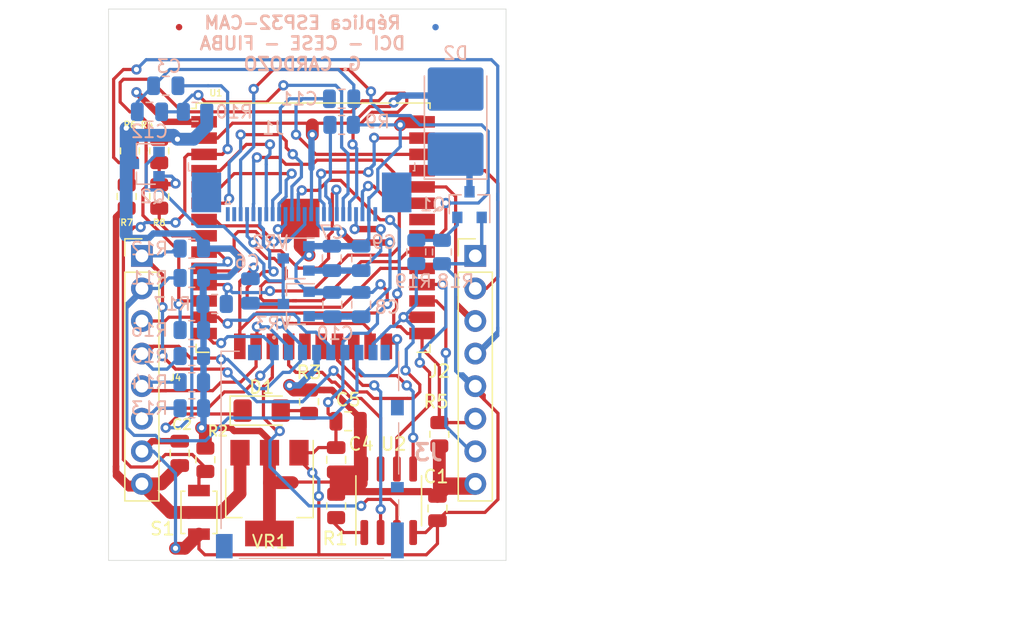
<source format=kicad_pcb>
(kicad_pcb (version 20171130) (host pcbnew 5.1.10-88a1d61d58~90~ubuntu20.04.1)
  (title_block (title "Réplica ESP32-CAM") (date 2021-07-02) (rev V1.0) (company "Germán Eloy Cardozo") (comment 1 https://randomnerdtutorials.com/esp32-cam-ai-thinker-pinout/) (comment 2 "Revisor 1: William's Ernesto Limonchi") (comment 3 "Revisor 2: Diego Brengi") (comment 4 "Licencia GNU GPL"))
  (layers (0 F.Cu signal) (31 B.Cu signal) (34 B.Paste user) (35 F.Paste user hide) (36 B.SilkS user) (37 F.SilkS user hide) (38 B.Mask user) (39 F.Mask user hide) (44 Edge.Cuts user))
  (net 0 "")
  (net 1 +3V3)
  (net 2 GND)
  (net 3 +5V)
  (net 4 "Net-(C3-Pad2)")
  (net 5 "Net-(C6-Pad2)")
  (net 6 +2V8)
  (net 7 +1V2)
  (net 8 "Net-(C11-Pad1)")
  (net 9 "Net-(C12-Pad1)")
  (net 10 /TWI_SDA)
  (net 11 /TWI_SCK)
  (net 12 /CSI_MCLK)
  (net 13 /HS2_DATA1)
  (net 14 /HS2_DATA0)
  (net 15 /HS2_CLK)
  (net 16 /HS2_CMD)
  (net 17 /HS2_DATA3)
  (net 18 /HS2_DATA2)
  (net 19 "Net-(D1-Pad2)")
  (net 20 "Net-(D1-Pad1)")
  (net 21 "Net-(D2-Pad1)")
  (net 22 "Net-(Q1-Pad2)")
  (net 23 /CAM_PWR)
  (net 24 "Net-(U1-Pad32)")
  (net 25 /CLK)
  (net 26 /CMD)
  (net 27 "Net-(Q2-Pad2)")
  (net 28 "Net-(J1-Pad24)")
  (net 29 "Net-(J1-Pad18)")
  (net 30 "Net-(J1-Pad17)")
  (net 31 "Net-(J1-Pad16)")
  (net 32 "Net-(J1-Pad13)")
  (net 33 "Net-(J1-Pad11)")
  (net 34 "Net-(J1-Pad9)")
  (net 35 "Net-(J1-Pad7)")
  (net 36 "Net-(J1-Pad6)")
  (net 37 "Net-(J1-Pad5)")
  (net 38 "Net-(J1-Pad4)")
  (net 39 "Net-(J1-Pad3)")
  (net 40 "Net-(J1-Pad2)")
  (net 41 "Net-(J1-Pad1)")
  (net 42 "Net-(J2-Pad7)")
  (net 43 "Net-(J2-Pad4)")
  (net 44 "Net-(J2-Pad3)")
  (net 45 "Net-(J2-Pad2)")
  (net 46 "Net-(R1-Pad1)")
  (net 47 "Net-(U1-Pad28)")
  (net 48 "Net-(U1-Pad22)")
  (net 49 "Net-(U1-Pad21)")
  (net 50 "Net-(U1-Pad18)")
  (net 51 "Net-(U1-Pad17)")
  (module Fiducial:Fiducial_0.5mm_Mask1mm (layer B.Cu) (at 75.5 53.412)
    (fp_text reference H6 hide)
    (fp_text value Fiducial)
    (pad "" smd circle (at 0 0) (size 0.5 0.5) (layers B.Cu B.Mask) (clearance 0.25))
  )
  (module Fiducial:Fiducial_0.5mm_Mask1mm (layer F.Cu) (at 55.5 53.412)
    (fp_text reference H5 hide)
    (fp_text value Fiducial)
    (pad "" smd circle (at 0 0) (size 0.5 0.5) (layers F.Cu F.Mask) (clearance 0.25))
  )
  (module MountingHole:MountingHole_2.1mm (layer F.Cu) (at 79.502 93.44)
    (fp_text reference H4 hide)
    (fp_text value MountingHole)
    (pad "" np_thru_hole circle (at 0 0) (size 2.1 2.1) (drill 2.1) (layers *.Cu *.Mask))
  )
  (module MountingHole:MountingHole_2.1mm (layer F.Cu) (at 51.816 93.44)
    (fp_text reference H3 hide)
    (fp_text value MountingHole)
    (pad "" np_thru_hole circle (at 0 0) (size 2.1 2.1) (drill 2.1) (layers *.Cu *.Mask))
  )
  (module RF_Module:ESP32-WROOM-32U (layer F.Cu) (at 65.95 69.05)
    (fp_text reference U1 (at -7.58 -10.5 180) (layer F.SilkS) (effects (font (size 0.5 0.5) (thickness 0.1))))
    (fp_text value "ESP32-S(CAM)")
    (pad 39 smd rect (at -1 -0.755) (size 3 3) (layers F.Cu F.Paste F.Mask) (net 2 GND))
    (pad 1 smd rect (at -8.5 -8.255) (size 2 0.9) (layers F.Cu F.Paste F.Mask) (net 2 GND))
    (pad 2 smd rect (at -8.5 -6.985) (size 2 0.9) (layers F.Cu F.Paste F.Mask) (net 1 +3V3))
    (pad 3 smd rect (at -8.5 -5.715) (size 2 0.9) (layers F.Cu F.Paste F.Mask) (net 4 "Net-(C3-Pad2)"))
    (pad 4 smd rect (at -8.5 -4.445) (size 2 0.9) (layers F.Cu F.Paste F.Mask) (net 35 "Net-(J1-Pad7)"))
    (pad 5 smd rect (at -8.5 -3.175) (size 2 0.9) (layers F.Cu F.Paste F.Mask) (net 34 "Net-(J1-Pad9)"))
    (pad 6 smd rect (at -8.5 -1.905) (size 2 0.9) (layers F.Cu F.Paste F.Mask) (net 33 "Net-(J1-Pad11)"))
    (pad 7 smd rect (at -8.5 -0.635) (size 2 0.9) (layers F.Cu F.Paste F.Mask) (net 32 "Net-(J1-Pad13)"))
    (pad 8 smd rect (at -8.5 0.635) (size 2 0.9) (layers F.Cu F.Paste F.Mask) (net 23 /CAM_PWR))
    (pad 9 smd rect (at -8.5 1.905) (size 2 0.9) (layers F.Cu F.Paste F.Mask) (net 20 "Net-(D1-Pad1)"))
    (pad 10 smd rect (at -8.5 3.175) (size 2 0.9) (layers F.Cu F.Paste F.Mask) (net 29 "Net-(J1-Pad18)"))
    (pad 11 smd rect (at -8.5 4.445) (size 2 0.9) (layers F.Cu F.Paste F.Mask) (net 10 /TWI_SDA))
    (pad 12 smd rect (at -8.5 5.715) (size 2 0.9) (layers F.Cu F.Paste F.Mask) (net 11 /TWI_SCK))
    (pad 13 smd rect (at -8.5 6.985) (size 2 0.9) (layers F.Cu F.Paste F.Mask) (net 15 /HS2_CLK))
    (pad 14 smd rect (at -8.5 8.255) (size 2 0.9) (layers F.Cu F.Paste F.Mask) (net 18 /HS2_DATA2))
    (pad 15 smd rect (at -5.715 9.255 270) (size 2 0.9) (layers F.Cu F.Paste F.Mask) (net 2 GND))
    (pad 16 smd rect (at -4.445 9.255 90) (size 2 0.9) (layers F.Cu F.Paste F.Mask) (net 17 /HS2_DATA3))
    (pad 17 smd rect (at -3.175 9.255 90) (size 2 0.9) (layers F.Cu F.Paste F.Mask) (net 51 "Net-(U1-Pad17)"))
    (pad 18 smd rect (at -1.905 9.255 90) (size 2 0.9) (layers F.Cu F.Paste F.Mask) (net 50 "Net-(U1-Pad18)"))
    (pad 19 smd rect (at -0.635 9.255 90) (size 2 0.9) (layers F.Cu F.Paste F.Mask) (net 26 /CMD))
    (pad 20 smd rect (at 0.635 9.255 90) (size 2 0.9) (layers F.Cu F.Paste F.Mask) (net 25 /CLK))
    (pad 21 smd rect (at 1.905 9.255 90) (size 2 0.9) (layers F.Cu F.Paste F.Mask) (net 49 "Net-(U1-Pad21)"))
    (pad 22 smd rect (at 3.175 9.255 90) (size 2 0.9) (layers F.Cu F.Paste F.Mask) (net 48 "Net-(U1-Pad22)"))
    (pad 23 smd rect (at 4.445 9.255 90) (size 2 0.9) (layers F.Cu F.Paste F.Mask) (net 16 /HS2_CMD))
    (pad 24 smd rect (at 5.715 9.255 90) (size 2 0.9) (layers F.Cu F.Paste F.Mask) (net 14 /HS2_DATA0))
    (pad 25 smd rect (at 8.5 8.255) (size 2 0.9) (layers F.Cu F.Paste F.Mask) (net 12 /CSI_MCLK))
    (pad 26 smd rect (at 8.5 6.985) (size 2 0.9) (layers F.Cu F.Paste F.Mask) (net 13 /HS2_DATA1))
    (pad 27 smd rect (at 8.5 5.715) (size 2 0.9) (layers F.Cu F.Paste F.Mask) (net 42 "Net-(J2-Pad7)"))
    (pad 28 smd rect (at 8.5 4.445) (size 2 0.9) (layers F.Cu F.Paste F.Mask) (net 47 "Net-(U1-Pad28)"))
    (pad 29 smd rect (at 8.5 3.175) (size 2 0.9) (layers F.Cu F.Paste F.Mask) (net 36 "Net-(J1-Pad6)"))
    (pad 30 smd rect (at 8.5 1.905) (size 2 0.9) (layers F.Cu F.Paste F.Mask) (net 38 "Net-(J1-Pad4)"))
    (pad 31 smd rect (at 8.5 0.635) (size 2 0.9) (layers F.Cu F.Paste F.Mask) (net 39 "Net-(J1-Pad3)"))
    (pad 32 smd rect (at 8.5 -0.635) (size 2 0.9) (layers F.Cu F.Paste F.Mask) (net 24 "Net-(U1-Pad32)"))
    (pad 33 smd rect (at 8.5 -1.905) (size 2 0.9) (layers F.Cu F.Paste F.Mask) (net 37 "Net-(J1-Pad5)"))
    (pad 34 smd rect (at 8.5 -3.175) (size 2 0.9) (layers F.Cu F.Paste F.Mask) (net 44 "Net-(J2-Pad3)"))
    (pad 35 smd rect (at 8.5 -4.445) (size 2 0.9) (layers F.Cu F.Paste F.Mask) (net 45 "Net-(J2-Pad2)"))
    (pad 36 smd rect (at 8.5 -5.715) (size 2 0.9) (layers F.Cu F.Paste F.Mask) (net 8 "Net-(C11-Pad1)"))
    (pad 37 smd rect (at 8.5 -6.985) (size 2 0.9) (layers F.Cu F.Paste F.Mask) (net 31 "Net-(J1-Pad16)"))
    (pad 38 smd rect (at 8.5 -8.255) (size 2 0.9) (layers F.Cu F.Paste F.Mask) (net 2 GND))
  )
  (module Package_TO_SOT_SMD:SOT-23 (layer B.Cu) (at 64.638 75.002 180)
    (fp_text reference VR3 (at 1.796 -1.524) (layer B.SilkS) (effects (justify mirror)))
    (fp_text value XC6206-1,2V)
    (pad 1 smd rect (at -1 0.95 180) (size 0.9 0.8) (layers B.Cu B.Paste B.Mask) (net 2 GND))
    (pad 2 smd rect (at -1 -0.95 180) (size 0.9 0.8) (layers B.Cu B.Paste B.Mask) (net 7 +1V2))
    (pad 3 smd rect (at 1 0 180) (size 0.9 0.8) (layers B.Cu B.Paste B.Mask) (net 5 "Net-(C6-Pad2)"))
  )
  (module Package_TO_SOT_SMD:SOT-23 (layer B.Cu) (at 78.15 67.25 90)
    (fp_text reference Q1 (at 0 -2.862 180) (layer B.SilkS) (effects (justify mirror)))
    (fp_text value S8050)
    (pad 1 smd rect (at -1 0.95 90) (size 0.9 0.8) (layers B.Cu B.Paste B.Mask) (net 2 GND))
    (pad 2 smd rect (at -1 -0.95 90) (size 0.9 0.8) (layers B.Cu B.Paste B.Mask) (net 22 "Net-(Q1-Pad2)"))
    (pad 3 smd rect (at 1 0 90) (size 0.9 0.8) (layers B.Cu B.Paste B.Mask) (net 21 "Net-(D2-Pad1)"))
  )
  (module Package_TO_SOT_SMD:SOT-23 (layer B.Cu) (at 52.936 64.08 180)
    (fp_text reference Q2 (at -0.508 -2.54) (layer B.SilkS) (effects (justify mirror)))
    (fp_text value PMOS)
    (pad 1 smd rect (at -1 0.95 180) (size 0.9 0.8) (layers B.Cu B.Paste B.Mask) (net 5 "Net-(C6-Pad2)"))
    (pad 2 smd rect (at -1 -0.95 180) (size 0.9 0.8) (layers B.Cu B.Paste B.Mask) (net 27 "Net-(Q2-Pad2)"))
    (pad 3 smd rect (at 1 0 180) (size 0.9 0.8) (layers B.Cu B.Paste B.Mask) (net 1 +3V3))
  )
  (module Resistor_SMD:R_0805_2012Metric (layer F.Cu) (at 67.75 90.75 90)
    (fp_text reference R1 (at -2.54 -0.082) (layer F.SilkS))
    (fp_text value 10K)
    (pad 1 smd roundrect (at -0.9125 0 90) (size 1.025 1.4) (layers F.Cu F.Paste F.Mask) (roundrect_rratio 0.243902) (net 46 "Net-(R1-Pad1)"))
    (pad 2 smd roundrect (at 0.9125 0 90) (size 1.025 1.4) (layers F.Cu F.Paste F.Mask) (roundrect_rratio 0.243902) (net 1 +3V3))
  )
  (module Connector_PinHeader_2.54mm:PinHeader_1x08_P2.54mm_Vertical (layer F.Cu) (at 52.6 71.25)
    (fp_text reference J4 (at 2.622 9.498) (layer F.SilkS) (effects (font (size 0.5 0.5) (thickness 0.1))))
    (fp_text value ESP32CAM_P2)
    (pad 1 thru_hole rect (at 0 0) (size 1.7 1.7) (drill 1) (layers *.Cu *.Mask) (net 13 /HS2_DATA1))
    (pad 2 thru_hole oval (at 0 2.54) (size 1.7 1.7) (drill 1) (layers *.Cu *.Mask) (net 14 /HS2_DATA0))
    (pad 3 thru_hole oval (at 0 5.08) (size 1.7 1.7) (drill 1) (layers *.Cu *.Mask) (net 15 /HS2_CLK))
    (pad 4 thru_hole oval (at 0 7.62) (size 1.7 1.7) (drill 1) (layers *.Cu *.Mask) (net 16 /HS2_CMD))
    (pad 5 thru_hole oval (at 0 10.16) (size 1.7 1.7) (drill 1) (layers *.Cu *.Mask) (net 17 /HS2_DATA3))
    (pad 6 thru_hole oval (at 0 12.7) (size 1.7 1.7) (drill 1) (layers *.Cu *.Mask) (net 18 /HS2_DATA2))
    (pad 7 thru_hole oval (at 0 15.24) (size 1.7 1.7) (drill 1) (layers *.Cu *.Mask) (net 2 GND))
    (pad 8 thru_hole oval (at 0 17.78) (size 1.7 1.7) (drill 1) (layers *.Cu *.Mask) (net 3 +5V))
  )
  (module Connector_PinHeader_2.54mm:PinHeader_1x08_P2.54mm_Vertical (layer F.Cu) (at 78.6 71.25)
    (fp_text reference J2 (at -2.804 8.99) (layer F.SilkS))
    (fp_text value ESP32CAM_P1)
    (pad 1 thru_hole rect (at 0 0) (size 1.7 1.7) (drill 1) (layers *.Cu *.Mask) (net 2 GND))
    (pad 2 thru_hole oval (at 0 2.54) (size 1.7 1.7) (drill 1) (layers *.Cu *.Mask) (net 45 "Net-(J2-Pad2)"))
    (pad 3 thru_hole oval (at 0 5.08) (size 1.7 1.7) (drill 1) (layers *.Cu *.Mask) (net 44 "Net-(J2-Pad3)"))
    (pad 4 thru_hole oval (at 0 7.62) (size 1.7 1.7) (drill 1) (layers *.Cu *.Mask) (net 43 "Net-(J2-Pad4)"))
    (pad 5 thru_hole oval (at 0 10.16) (size 1.7 1.7) (drill 1) (layers *.Cu *.Mask) (net 2 GND))
    (pad 6 thru_hole oval (at 0 12.7) (size 1.7 1.7) (drill 1) (layers *.Cu *.Mask) (net 12 /CSI_MCLK))
    (pad 7 thru_hole oval (at 0 15.24) (size 1.7 1.7) (drill 1) (layers *.Cu *.Mask) (net 42 "Net-(J2-Pad7)"))
    (pad 8 thru_hole oval (at 0 17.78) (size 1.7 1.7) (drill 1) (layers *.Cu *.Mask) (net 1 +3V3))
  )
  (module Button_Switch_SMD:SW_SPST_B3U-1000P (layer F.Cu) (at 57.05 91.25 270)
    (fp_text reference S1 (at 1.278 2.844 180) (layer F.SilkS))
    (fp_text value SWITCH)
    (pad 1 smd rect (at -1.7 0 270) (size 0.9 1.7) (layers F.Cu F.Paste F.Mask) (net 4 "Net-(C3-Pad2)"))
    (pad 2 smd rect (at 1.7 0 270) (size 0.9 1.7) (layers F.Cu F.Paste F.Mask) (net 2 GND))
  )
  (module MountingHole:MountingHole_2.5mm (layer F.Cu) (at 79.248 54.07)
    (fp_text reference H2 hide)
    (fp_text value MountingHole)
    (pad 1 np_thru_hole circle (at 0 0) (size 2.5 2.5) (drill 2.5) (layers *.Cu *.Mask))
  )
  (module MountingHole:MountingHole_2.5mm (layer F.Cu) (at 51.816 54.07)
    (fp_text reference H1 hide)
    (fp_text value MountingHole)
    (pad 1 np_thru_hole circle (at 0 0) (size 2.5 2.5) (drill 2.5) (layers *.Cu *.Mask))
  )
  (module LED_SMD:LED_2816_7142Metric_Castellated (layer B.Cu) (at 77.066 60.778 90)
    (fp_text reference D2 (at 5.334 0) (layer B.SilkS) (effects (justify mirror)))
    (fp_text value LED_ALT)
    (pad 1 smd roundrect (at -2.5375 0 90) (size 3.375 4.35) (layers B.Cu B.Paste B.Mask) (roundrect_rratio 0.074074) (net 21 "Net-(D2-Pad1)"))
    (pad 2 smd roundrect (at 2.5375 0 90) (size 3.375 4.35) (layers B.Cu B.Paste B.Mask) (roundrect_rratio 0.074074) (net 1 +3V3))
  )
  (module Package_TO_SOT_SMD:SOT-23 (layer B.Cu) (at 64.62 71.446 180)
    (fp_text reference VR2 (at 2.032 1.27) (layer B.SilkS) (effects (justify mirror)))
    (fp_text value XC6206-2,8V)
    (pad 1 smd rect (at -1 0.95 180) (size 0.9 0.8) (layers B.Cu B.Paste B.Mask) (net 2 GND))
    (pad 2 smd rect (at -1 -0.95 180) (size 0.9 0.8) (layers B.Cu B.Paste B.Mask) (net 6 +2V8))
    (pad 3 smd rect (at 1 0 180) (size 0.9 0.8) (layers B.Cu B.Paste B.Mask) (net 5 "Net-(C6-Pad2)"))
  )
  (module Package_TO_SOT_SMD:SOT-223-3_TabPin2 (layer F.Cu) (at 62.55 89.75 270)
    (fp_text reference VR1 (at 3.794 -0.038 180) (layer F.SilkS))
    (fp_text value AMS1117)
    (pad 2 smd rect (at 3.15 0 270) (size 2 3.8) (layers F.Cu F.Paste F.Mask) (net 1 +3V3))
    (pad 2 smd rect (at -3.15 0 270) (size 2 1.5) (layers F.Cu F.Paste F.Mask) (net 1 +3V3))
    (pad 3 smd rect (at -3.15 2.3 270) (size 2 1.5) (layers F.Cu F.Paste F.Mask) (net 3 +5V))
    (pad 1 smd rect (at -3.15 -2.3 270) (size 2 1.5) (layers F.Cu F.Paste F.Mask) (net 2 GND))
  )
  (module Resistor_SMD:R_0805_2012Metric (layer B.Cu) (at 74 70.9375 90)
    (fp_text reference R19 (at -2.2865 -0.236 180) (layer B.SilkS) (effects (justify mirror)))
    (fp_text value 1K)
    (pad 1 smd roundrect (at -0.9125 0 90) (size 1.025 1.4) (layers B.Cu B.Paste B.Mask) (roundrect_rratio 0.243902) (net 13 /HS2_DATA1))
    (pad 2 smd roundrect (at 0.9125 0 90) (size 1.025 1.4) (layers B.Cu B.Paste B.Mask) (roundrect_rratio 0.243902) (net 22 "Net-(Q1-Pad2)"))
  )
  (module Resistor_SMD:R_0805_2012Metric (layer B.Cu) (at 76 70.95 90)
    (fp_text reference R18 (at -2.274 1.066) (layer B.SilkS) (effects (justify mirror)))
    (fp_text value 10K)
    (pad 1 smd roundrect (at -0.9125 0 90) (size 1.025 1.4) (layers B.Cu B.Paste B.Mask) (roundrect_rratio 0.243902) (net 2 GND))
    (pad 2 smd roundrect (at 0.9125 0 90) (size 1.025 1.4) (layers B.Cu B.Paste B.Mask) (roundrect_rratio 0.243902) (net 22 "Net-(Q1-Pad2)"))
  )
  (module Resistor_SMD:R_0805_2012Metric (layer B.Cu) (at 58.27 75.002 180)
    (fp_text reference R17 (at 3.302 0) (layer B.SilkS) (effects (justify mirror)))
    (fp_text value 4,7K)
    (pad 1 smd roundrect (at -0.9125 0 180) (size 1.025 1.4) (layers B.Cu B.Paste B.Mask) (roundrect_rratio 0.243902) (net 10 /TWI_SDA))
    (pad 2 smd roundrect (at 0.9125 0 180) (size 1.025 1.4) (layers B.Cu B.Paste B.Mask) (roundrect_rratio 0.243902) (net 1 +3V3))
  )
  (module Resistor_SMD:R_0805_2012Metric (layer B.Cu) (at 56.492 77.034 180)
    (fp_text reference R16 (at 3.302 0) (layer B.SilkS) (effects (justify mirror)))
    (fp_text value 4,7K)
    (pad 1 smd roundrect (at -0.9125 0 180) (size 1.025 1.4) (layers B.Cu B.Paste B.Mask) (roundrect_rratio 0.243902) (net 1 +3V3))
    (pad 2 smd roundrect (at 0.9125 0 180) (size 1.025 1.4) (layers B.Cu B.Paste B.Mask) (roundrect_rratio 0.243902) (net 11 /TWI_SCK))
  )
  (module Resistor_SMD:R_0805_2012Metric (layer B.Cu) (at 56.492 79.066)
    (fp_text reference R15 (at -3.302 0) (layer B.SilkS) (effects (justify mirror)))
    (fp_text value 47K)
    (pad 1 smd roundrect (at -0.9125 0) (size 1.025 1.4) (layers B.Cu B.Paste B.Mask) (roundrect_rratio 0.243902) (net 16 /HS2_CMD))
    (pad 2 smd roundrect (at 0.9125 0) (size 1.025 1.4) (layers B.Cu B.Paste B.Mask) (roundrect_rratio 0.243902) (net 1 +3V3))
  )
  (module Resistor_SMD:R_0805_2012Metric (layer B.Cu) (at 56.492 81.098)
    (fp_text reference R14 (at -3.302 0) (layer B.SilkS) (effects (justify mirror)))
    (fp_text value 47K)
    (pad 1 smd roundrect (at -0.9125 0) (size 1.025 1.4) (layers B.Cu B.Paste B.Mask) (roundrect_rratio 0.243902) (net 17 /HS2_DATA3))
    (pad 2 smd roundrect (at 0.9125 0) (size 1.025 1.4) (layers B.Cu B.Paste B.Mask) (roundrect_rratio 0.243902) (net 1 +3V3))
  )
  (module Resistor_SMD:R_0805_2012Metric (layer B.Cu) (at 56.492 83.13)
    (fp_text reference R13 (at -3.302 0) (layer B.SilkS) (effects (justify mirror)))
    (fp_text value NC)
    (pad 1 smd roundrect (at -0.9125 0) (size 1.025 1.4) (layers B.Cu B.Paste B.Mask) (roundrect_rratio 0.243902) (net 18 /HS2_DATA2))
    (pad 2 smd roundrect (at 0.9125 0) (size 1.025 1.4) (layers B.Cu B.Paste B.Mask) (roundrect_rratio 0.243902) (net 1 +3V3))
  )
  (module Resistor_SMD:R_0805_2012Metric (layer B.Cu) (at 56.492 70.684 180)
    (fp_text reference R12 (at 3.302 0) (layer B.SilkS) (effects (justify mirror)))
    (fp_text value 47K)
    (pad 1 smd roundrect (at -0.9125 0 180) (size 1.025 1.4) (layers B.Cu B.Paste B.Mask) (roundrect_rratio 0.243902) (net 1 +3V3))
    (pad 2 smd roundrect (at 0.9125 0 180) (size 1.025 1.4) (layers B.Cu B.Paste B.Mask) (roundrect_rratio 0.243902) (net 13 /HS2_DATA1))
  )
  (module Resistor_SMD:R_0805_2012Metric (layer B.Cu) (at 56.492 72.97)
    (fp_text reference R11 (at -3.302 0) (layer B.SilkS) (effects (justify mirror)))
    (fp_text value 47K)
    (pad 1 smd roundrect (at -0.9125 0) (size 1.025 1.4) (layers B.Cu B.Paste B.Mask) (roundrect_rratio 0.243902) (net 14 /HS2_DATA0))
    (pad 2 smd roundrect (at 0.9125 0) (size 1.025 1.4) (layers B.Cu B.Paste B.Mask) (roundrect_rratio 0.243902) (net 1 +3V3))
  )
  (module Resistor_SMD:R_0805_2012Metric (layer B.Cu) (at 56.746 60.016 180)
    (fp_text reference R10 (at -3.048 0 180) (layer B.SilkS) (effects (justify mirror)))
    (fp_text value 4,7K)
    (pad 1 smd roundrect (at -0.9125 0 180) (size 1.025 1.4) (layers B.Cu B.Paste B.Mask) (roundrect_rratio 0.243902) (net 1 +3V3))
    (pad 2 smd roundrect (at 0.9125 0 180) (size 1.025 1.4) (layers B.Cu B.Paste B.Mask) (roundrect_rratio 0.243902) (net 9 "Net-(C12-Pad1)"))
  )
  (module Resistor_SMD:R_0805_2012Metric (layer B.Cu) (at 68.176 61.032)
    (fp_text reference R9 (at 2.794 -0.254) (layer B.SilkS) (effects (justify mirror)))
    (fp_text value 1K)
    (pad 1 smd roundrect (at -0.9125 0) (size 1.025 1.4) (layers B.Cu B.Paste B.Mask) (roundrect_rratio 0.243902) (net 30 "Net-(J1-Pad17)"))
    (pad 2 smd roundrect (at 0.9125 0) (size 1.025 1.4) (layers B.Cu B.Paste B.Mask) (roundrect_rratio 0.243902) (net 2 GND))
  )
  (module Resistor_SMD:R_0805_2012Metric (layer F.Cu) (at 53.952 66.62 270)
    (fp_text reference R8 (at 2.032 0 180) (layer F.SilkS) (effects (font (size 0.5 0.5) (thickness 0.1))))
    (fp_text value 1K)
    (pad 1 smd roundrect (at -0.9125 0 270) (size 1.025 1.4) (layers F.Cu F.Paste F.Mask) (roundrect_rratio 0.243902) (net 27 "Net-(Q2-Pad2)"))
    (pad 2 smd roundrect (at 0.9125 0 270) (size 1.025 1.4) (layers F.Cu F.Paste F.Mask) (roundrect_rratio 0.243902) (net 23 /CAM_PWR))
  )
  (module Resistor_SMD:R_0805_2012Metric (layer F.Cu) (at 51.412 66.62 270)
    (fp_text reference R7 (at 2.032 0 180) (layer F.SilkS) (effects (font (size 0.5 0.5) (thickness 0.1))))
    (fp_text value 0)
    (pad 1 smd roundrect (at -0.9125 0 270) (size 1.025 1.4) (layers F.Cu F.Paste F.Mask) (roundrect_rratio 0.243902) (net 43 "Net-(J2-Pad4)"))
    (pad 2 smd roundrect (at 0.9125 0 270) (size 1.025 1.4) (layers F.Cu F.Paste F.Mask) (roundrect_rratio 0.243902) (net 3 +5V))
  )
  (module Resistor_SMD:R_0805_2012Metric (layer F.Cu) (at 51.666 63.064 270)
    (fp_text reference R6 (at -2.032 0 180) (layer F.SilkS) (effects (font (size 0.5 0.5) (thickness 0.1))))
    (fp_text value 0)
    (pad 1 smd roundrect (at -0.9125 0 270) (size 1.025 1.4) (layers F.Cu F.Paste F.Mask) (roundrect_rratio 0.243902) (net 1 +3V3))
    (pad 2 smd roundrect (at 0.9125 0 270) (size 1.025 1.4) (layers F.Cu F.Paste F.Mask) (roundrect_rratio 0.243902) (net 43 "Net-(J2-Pad4)"))
  )
  (module Resistor_SMD:R_0805_2012Metric (layer F.Cu) (at 75.796 85.162 90)
    (fp_text reference R5 (at 2.54 -0.254 180) (layer F.SilkS))
    (fp_text value 10K)
    (pad 1 smd roundrect (at -0.9125 0 90) (size 1.025 1.4) (layers F.Cu F.Paste F.Mask) (roundrect_rratio 0.243902) (net 1 +3V3))
    (pad 2 smd roundrect (at 0.9125 0 90) (size 1.025 1.4) (layers F.Cu F.Paste F.Mask) (roundrect_rratio 0.243902) (net 12 /CSI_MCLK))
  )
  (module Resistor_SMD:R_0805_2012Metric (layer F.Cu) (at 53.952 63.064 270)
    (fp_text reference R4 (at -2.032 0.952 180) (layer F.SilkS) (effects (font (size 0.5 0.5) (thickness 0.1))))
    (fp_text value 10K)
    (pad 1 smd roundrect (at -0.9125 0 270) (size 1.025 1.4) (layers F.Cu F.Paste F.Mask) (roundrect_rratio 0.243902) (net 1 +3V3))
    (pad 2 smd roundrect (at 0.9125 0 270) (size 1.025 1.4) (layers F.Cu F.Paste F.Mask) (roundrect_rratio 0.243902) (net 27 "Net-(Q2-Pad2)"))
  )
  (module Resistor_SMD:R_0805_2012Metric (layer F.Cu) (at 65.636 82.622 270)
    (fp_text reference R3 (at -2.286 0 180) (layer F.SilkS))
    (fp_text value 1K)
    (pad 1 smd roundrect (at -0.9125 0 270) (size 1.025 1.4) (layers F.Cu F.Paste F.Mask) (roundrect_rratio 0.243902) (net 1 +3V3))
    (pad 2 smd roundrect (at 0.9125 0 270) (size 1.025 1.4) (layers F.Cu F.Paste F.Mask) (roundrect_rratio 0.243902) (net 19 "Net-(D1-Pad2)"))
  )
  (module Resistor_SMD:R_0805_2012Metric (layer F.Cu) (at 57.55 87.15 270)
    (fp_text reference R2 (at -2.242 -0.974 180) (layer F.SilkS) (effects (font (size 0.8 0.8))))
    (fp_text value 10K)
    (pad 1 smd roundrect (at -0.9125 0 270) (size 1.025 1.4) (layers F.Cu F.Paste F.Mask) (roundrect_rratio 0.243902) (net 1 +3V3))
    (pad 2 smd roundrect (at 0.9125 0 270) (size 1.025 1.4) (layers F.Cu F.Paste F.Mask) (roundrect_rratio 0.243902) (net 4 "Net-(C3-Pad2)"))
  )
  (module LED_SMD:LED_1206_3216Metric_Pad1.42x1.75mm_HandSolder (layer F.Cu) (at 61.942 83.318)
    (fp_text reference D1 (at 0 -1.82) (layer F.SilkS))
    (fp_text value LED_ALT)
    (pad 1 smd roundrect (at -1.4875 0) (size 1.425 1.75) (layers F.Cu F.Paste F.Mask) (roundrect_rratio 0.175439) (net 20 "Net-(D1-Pad1)"))
    (pad 2 smd roundrect (at 1.4875 0) (size 1.425 1.75) (layers F.Cu F.Paste F.Mask) (roundrect_rratio 0.175439) (net 19 "Net-(D1-Pad2)"))
  )
  (module DM3AT-SF-PEJM5:DM3ATSFPEJM5 (layer B.Cu) (at 65.7 86.2 180)
    (fp_text reference J3 (at -9.23 -0.382) (layer B.SilkS) (effects (font (size 1.27 1.27) (thickness 0.254)) (justify mirror)))
    (fp_text value microSD_esp32Cam hide)
    (pad 1 smd rect (at 2.775 7.412 180) (size 0.7 1.2) (layers B.Cu B.Paste B.Mask) (net 18 /HS2_DATA2))
    (pad 2 smd rect (at 1.675 7.412 180) (size 0.7 1.2) (layers B.Cu B.Paste B.Mask) (net 17 /HS2_DATA3))
    (pad 3 smd rect (at 0.575 7.412 180) (size 0.7 1.2) (layers B.Cu B.Paste B.Mask) (net 16 /HS2_CMD))
    (pad 4 smd rect (at -0.525 7.412 180) (size 0.7 1.2) (layers B.Cu B.Paste B.Mask) (net 1 +3V3))
    (pad 5 smd rect (at -1.625 7.412 180) (size 0.7 1.2) (layers B.Cu B.Paste B.Mask) (net 15 /HS2_CLK))
    (pad 6 smd rect (at -2.725 7.412 180) (size 0.7 1.2) (layers B.Cu B.Paste B.Mask) (net 2 GND))
    (pad 7 smd rect (at -3.825 7.412 180) (size 0.7 1.2) (layers B.Cu B.Paste B.Mask) (net 14 /HS2_DATA0))
    (pad 8 smd rect (at -4.925 7.412 180) (size 0.7 1.2) (layers B.Cu B.Paste B.Mask) (net 13 /HS2_DATA1))
    (pad MP1 smd rect (at 4.325 7.412 180) (size 1 1.2) (layers B.Cu B.Paste B.Mask))
    (pad MP2 smd rect (at -5.875 7.412 180) (size 0.7 1.2) (layers B.Cu B.Paste B.Mask))
    (pad MP3 smd rect (at -6.825 3.112 180) (size 1 1.2) (layers B.Cu B.Paste B.Mask))
    (pad MP4 smd rect (at -6.825 -3.087 90) (size 0.8 1) (layers B.Cu B.Paste B.Mask))
    (pad MP5 smd rect (at -6.825 -7.237 180) (size 1 2.8) (layers B.Cu B.Paste B.Mask))
    (pad MP6 smd rect (at 6.675 -7.688 180) (size 1.3 1.9) (layers B.Cu B.Paste B.Mask))
  )
  (module Connector_FFC-FPC:TE_2-1734839-4_1x24-1MP_P0.5mm_Horizontal (layer B.Cu) (at 65.05 66.65)
    (fp_text reference J1 (at -2.208 -5.364 180) (layer B.SilkS) (effects (justify mirror)))
    (fp_text value Cam_Connector)
    (pad 1 smd rect (at -5.75 1.35) (size 0.3 1.1) (layers B.Cu B.Paste B.Mask) (net 41 "Net-(J1-Pad1)"))
    (pad 2 smd rect (at -5.25 1.35) (size 0.3 1.1) (layers B.Cu B.Paste B.Mask) (net 40 "Net-(J1-Pad2)"))
    (pad 3 smd rect (at -4.75 1.35) (size 0.3 1.1) (layers B.Cu B.Paste B.Mask) (net 39 "Net-(J1-Pad3)"))
    (pad 4 smd rect (at -4.25 1.35) (size 0.3 1.1) (layers B.Cu B.Paste B.Mask) (net 38 "Net-(J1-Pad4)"))
    (pad 5 smd rect (at -3.75 1.35) (size 0.3 1.1) (layers B.Cu B.Paste B.Mask) (net 37 "Net-(J1-Pad5)"))
    (pad 6 smd rect (at -3.25 1.35) (size 0.3 1.1) (layers B.Cu B.Paste B.Mask) (net 36 "Net-(J1-Pad6)"))
    (pad 7 smd rect (at -2.75 1.35) (size 0.3 1.1) (layers B.Cu B.Paste B.Mask) (net 35 "Net-(J1-Pad7)"))
    (pad 8 smd rect (at -2.25 1.35) (size 0.3 1.1) (layers B.Cu B.Paste B.Mask) (net 8 "Net-(C11-Pad1)"))
    (pad 9 smd rect (at -1.75 1.35) (size 0.3 1.1) (layers B.Cu B.Paste B.Mask) (net 34 "Net-(J1-Pad9)"))
    (pad 10 smd rect (at -1.25 1.35) (size 0.3 1.1) (layers B.Cu B.Paste B.Mask) (net 2 GND))
    (pad 11 smd rect (at -0.75 1.35) (size 0.3 1.1) (layers B.Cu B.Paste B.Mask) (net 33 "Net-(J1-Pad11)"))
    (pad 12 smd rect (at -0.25 1.35) (size 0.3 1.1) (layers B.Cu B.Paste B.Mask) (net 12 /CSI_MCLK))
    (pad 13 smd rect (at 0.25 1.35) (size 0.3 1.1) (layers B.Cu B.Paste B.Mask) (net 32 "Net-(J1-Pad13)"))
    (pad 14 smd rect (at 0.75 1.35) (size 0.3 1.1) (layers B.Cu B.Paste B.Mask) (net 1 +3V3))
    (pad 15 smd rect (at 1.25 1.35) (size 0.3 1.1) (layers B.Cu B.Paste B.Mask) (net 7 +1V2))
    (pad 16 smd rect (at 1.75 1.35) (size 0.3 1.1) (layers B.Cu B.Paste B.Mask) (net 31 "Net-(J1-Pad16)"))
    (pad 17 smd rect (at 2.25 1.35) (size 0.3 1.1) (layers B.Cu B.Paste B.Mask) (net 30 "Net-(J1-Pad17)"))
    (pad 18 smd rect (at 2.75 1.35) (size 0.3 1.1) (layers B.Cu B.Paste B.Mask) (net 29 "Net-(J1-Pad18)"))
    (pad 19 smd rect (at 3.25 1.35) (size 0.3 1.1) (layers B.Cu B.Paste B.Mask) (net 9 "Net-(C12-Pad1)"))
    (pad 20 smd rect (at 3.75 1.35) (size 0.3 1.1) (layers B.Cu B.Paste B.Mask) (net 11 /TWI_SCK))
    (pad 21 smd rect (at 4.25 1.35) (size 0.3 1.1) (layers B.Cu B.Paste B.Mask) (net 6 +2V8))
    (pad 22 smd rect (at 4.75 1.35) (size 0.3 1.1) (layers B.Cu B.Paste B.Mask) (net 10 /TWI_SDA))
    (pad 23 smd rect (at 5.25 1.35) (size 0.3 1.1) (layers B.Cu B.Paste B.Mask) (net 2 GND))
    (pad 24 smd rect (at 5.75 1.35) (size 0.3 1.1) (layers B.Cu B.Paste B.Mask) (net 28 "Net-(J1-Pad24)"))
    (pad MP smd rect (at -7.42 -0.35) (size 2.3 3.1) (layers B.Cu B.Paste B.Mask))
    (pad MP smd rect (at 7.42 -0.35) (size 2.3 3.1) (layers B.Cu B.Paste B.Mask))
  )
  (module Package_SO:SOIC-8_3.9x4.9mm_P1.27mm (layer F.Cu) (at 71.85 90.35 90)
    (fp_text reference U2 (at 4.426 0.39 180) (layer F.SilkS))
    (fp_text value ESP-PSRAM32)
    (pad 1 smd roundrect (at -2.475 -1.905 90) (size 1.95 0.6) (layers F.Cu F.Paste F.Mask) (net 46 "Net-(R1-Pad1)"))
    (pad 2 smd roundrect (at -2.475 -0.635 90) (size 1.95 0.6) (layers F.Cu F.Paste F.Mask) (net 49 "Net-(U1-Pad21)"))
    (pad 3 smd roundrect (at -2.475 0.635 90) (size 1.95 0.6) (layers F.Cu F.Paste F.Mask) (net 51 "Net-(U1-Pad17)"))
    (pad 4 smd roundrect (at -2.475 1.905 90) (size 1.95 0.6) (layers F.Cu F.Paste F.Mask) (net 2 GND))
    (pad 5 smd roundrect (at 2.475 1.905 90) (size 1.95 0.6) (layers F.Cu F.Paste F.Mask) (net 48 "Net-(U1-Pad22)"))
    (pad 6 smd roundrect (at 2.475 0.635 90) (size 1.95 0.6) (layers F.Cu F.Paste F.Mask) (net 47 "Net-(U1-Pad28)"))
    (pad 7 smd roundrect (at 2.475 -0.635 90) (size 1.95 0.6) (layers F.Cu F.Paste F.Mask) (net 50 "Net-(U1-Pad18)"))
    (pad 8 smd roundrect (at 2.475 -1.905 90) (size 1.95 0.6) (layers F.Cu F.Paste F.Mask) (net 1 +3V3))
  )
  (module Capacitor_SMD:C_0805_2012Metric (layer B.Cu) (at 53.19 60.016 180)
    (fp_text reference C12 (at 0 -1.524 180) (layer B.SilkS) (effects (justify mirror)))
    (fp_text value 0,1uf)
    (pad 1 smd roundrect (at -0.95 0 180) (size 1 1.45) (layers B.Cu B.Paste B.Mask) (net 9 "Net-(C12-Pad1)"))
    (pad 2 smd roundrect (at 0.95 0 180) (size 1 1.45) (layers B.Cu B.Paste B.Mask) (net 2 GND))
  )
  (module Capacitor_SMD:C_0805_2012Metric (layer B.Cu) (at 68.176 59)
    (fp_text reference C11 (at -3.302 0) (layer B.SilkS) (effects (justify mirror)))
    (fp_text value 0.1uF)
    (pad 1 smd roundrect (at -0.95 0) (size 1 1.45) (layers B.Cu B.Paste B.Mask) (net 8 "Net-(C11-Pad1)"))
    (pad 2 smd roundrect (at 0.95 0) (size 1 1.45) (layers B.Cu B.Paste B.Mask) (net 2 GND))
  )
  (module Capacitor_SMD:C_0805_2012Metric (layer B.Cu) (at 67.45 75.05 270)
    (fp_text reference C10 (at 2.238 -0.218) (layer B.SilkS) (effects (justify mirror)))
    (fp_text value 0,1uF)
    (pad 1 smd roundrect (at -0.95 0 270) (size 1 1.45) (layers B.Cu B.Paste B.Mask) (net 2 GND))
    (pad 2 smd roundrect (at 0.95 0 270) (size 1 1.45) (layers B.Cu B.Paste B.Mask) (net 7 +1V2))
  )
  (module Capacitor_SMD:C_0805_2012Metric (layer B.Cu) (at 69.7 71.446 270)
    (fp_text reference C9 (at -1.27 -1.778) (layer B.SilkS) (effects (justify mirror)))
    (fp_text value 0,1uF)
    (pad 1 smd roundrect (at -0.95 0 270) (size 1 1.45) (layers B.Cu B.Paste B.Mask) (net 2 GND))
    (pad 2 smd roundrect (at 0.95 0 270) (size 1 1.45) (layers B.Cu B.Paste B.Mask) (net 6 +2V8))
  )
  (module Capacitor_SMD:C_0805_2012Metric (layer B.Cu) (at 69.7 75.05 270)
    (fp_text reference C8 (at 0.206 -2.032) (layer B.SilkS) (effects (justify mirror)))
    (fp_text value 10uF)
    (pad 1 smd roundrect (at -0.95 0 270) (size 1 1.45) (layers B.Cu B.Paste B.Mask) (net 2 GND))
    (pad 2 smd roundrect (at 0.95 0 270) (size 1 1.45) (layers B.Cu B.Paste B.Mask) (net 7 +1V2))
  )
  (module Capacitor_SMD:C_0805_2012Metric (layer B.Cu) (at 67.414 71.446 270)
    (fp_text reference C7 (at -2.032 0) (layer B.SilkS) (effects (justify mirror)))
    (fp_text value 10uF)
    (pad 1 smd roundrect (at -0.95 0 270) (size 1 1.45) (layers B.Cu B.Paste B.Mask) (net 2 GND))
    (pad 2 smd roundrect (at 0.95 0 270) (size 1 1.45) (layers B.Cu B.Paste B.Mask) (net 6 +2V8))
  )
  (module Capacitor_SMD:C_0805_2012Metric (layer B.Cu) (at 61.064 73.986 270)
    (fp_text reference C6 (at -2.286 0.254) (layer B.SilkS) (effects (justify mirror)))
    (fp_text value 10uF)
    (pad 1 smd roundrect (at -0.95 0 270) (size 1 1.45) (layers B.Cu B.Paste B.Mask) (net 2 GND))
    (pad 2 smd roundrect (at 0.95 0 270) (size 1 1.45) (layers B.Cu B.Paste B.Mask) (net 5 "Net-(C6-Pad2)"))
  )
  (module Capacitor_SMD:C_0805_2012Metric (layer F.Cu) (at 68.684 84.146)
    (fp_text reference C5 (at 0 -1.68) (layer F.SilkS))
    (fp_text value 10uF)
    (pad 1 smd roundrect (at -0.95 0) (size 1 1.45) (layers F.Cu F.Paste F.Mask) (net 2 GND))
    (pad 2 smd roundrect (at 0.95 0) (size 1 1.45) (layers F.Cu F.Paste F.Mask) (net 1 +3V3))
  )
  (module Capacitor_SMD:C_0805_2012Metric (layer F.Cu) (at 67.75 87.15 270)
    (fp_text reference C4 (at -1.226 -1.95 180) (layer F.SilkS))
    (fp_text value 100uF)
    (pad 1 smd roundrect (at -0.95 0 270) (size 1 1.45) (layers F.Cu F.Paste F.Mask) (net 2 GND))
    (pad 2 smd roundrect (at 0.95 0 270) (size 1 1.45) (layers F.Cu F.Paste F.Mask) (net 1 +3V3))
  )
  (module Capacitor_SMD:C_0805_2012Metric (layer B.Cu) (at 54.46 57.984)
    (fp_text reference C3 (at 0.254 -1.524) (layer B.SilkS) (effects (justify mirror)))
    (fp_text value 0.1uF)
    (pad 1 smd roundrect (at -0.95 0) (size 1 1.45) (layers B.Cu B.Paste B.Mask) (net 2 GND))
    (pad 2 smd roundrect (at 0.95 0) (size 1 1.45) (layers B.Cu B.Paste B.Mask) (net 4 "Net-(C3-Pad2)"))
  )
  (module Capacitor_SMD:C_0805_2012Metric (layer F.Cu) (at 55.55 86.65 270)
    (fp_text reference C2 (at -2.25 -0.18 180) (layer F.SilkS) (effects (font (size 0.8 0.8))))
    (fp_text value 10uF)
    (pad 1 smd roundrect (at -0.95 0 270) (size 1 1.45) (layers F.Cu F.Paste F.Mask) (net 2 GND))
    (pad 2 smd roundrect (at 0.95 0 270) (size 1 1.45) (layers F.Cu F.Paste F.Mask) (net 3 +5V))
  )
  (module Capacitor_SMD:C_0805_2012Metric (layer F.Cu) (at 75.65 90.95 90)
    (fp_text reference C1 (at 2.486 -0.108) (layer F.SilkS))
    (fp_text value 1uF)
    (pad 1 smd roundrect (at -0.95 0 90) (size 1 1.45) (layers F.Cu F.Paste F.Mask) (net 2 GND))
    (pad 2 smd roundrect (at 0.95 0 90) (size 1 1.45) (layers F.Cu F.Paste F.Mask) (net 1 +3V3))
  )
  (gr_line (start 50 95) (end 50 52) (layer Edge.Cuts) (width 0.05))
  (gr_line (start 81 95) (end 50 95) (layer Edge.Cuts) (width 0.05))
  (gr_line (start 81 52) (end 81 95) (layer Edge.Cuts) (width 0.05))
  (gr_line (start 50 52) (end 81 52) (layer Edge.Cuts) (width 0.05))
  (gr_text "Réplica ESP32-CAM\nDCI - CESE - FIUBA\nG. CARDOZO" (at 65.128 54.682) (layer B.SilkS) (effects (font (size 1 1) (thickness 0.2)) (justify mirror)))
  (segment (start 57.4045 84.5505) (end 57.508 84.654) (width 0.25) (layer B.Cu) (net 1))
  (segment (start 69.945 87.875) (end 69.273 87.875) (width 0.25) (layer F.Cu) (net 1))
  (segment (start 69.048 88.1) (end 67.75 88.1) (width 0.25) (layer F.Cu) (net 1))
  (segment (start 69.273 87.875) (end 69.048 88.1) (width 0.25) (layer F.Cu) (net 1))
  (segment (start 62.684 88.89) (end 62.55 88.756) (width 0.25) (layer F.Cu) (net 1))
  (segment (start 67.75 88.89) (end 62.684 88.89) (width 0.25) (layer F.Cu) (net 1))
  (segment (start 62.55 88.756) (end 62.55 86.6) (width 0.25) (layer F.Cu) (net 1))
  (segment (start 62.55 92.9) (end 62.55 88.756) (width 0.25) (layer F.Cu) (net 1))
  (segment (start 67.75 89.8375) (end 67.75 88.89) (width 0.25) (layer F.Cu) (net 1))
  (segment (start 67.75 88.89) (end 67.75 88.1) (width 0.25) (layer F.Cu) (net 1))
  (segment (start 69.945 87.875) (end 69.945 85.915) (width 0.25) (layer F.Cu) (net 1))
  (segment (start 69.634 85.604) (end 69.634 84.146) (width 0.25) (layer F.Cu) (net 1))
  (segment (start 69.945 85.915) (end 69.634 85.604) (width 0.25) (layer F.Cu) (net 1))
  (segment (start 75.65 90) (end 75.13 89.48) (width 0.25) (layer F.Cu) (net 1))
  (segment (start 68.1075 89.48) (end 67.75 89.8375) (width 0.25) (layer F.Cu) (net 1))
  (segment (start 75.13 89.48) (end 68.1075 89.48) (width 0.25) (layer F.Cu) (net 1))
  (via (at 55.3725 62.1515) (size 0.8) (drill 0.4) (layers F.Cu B.Cu) (net 1))
  (segment (start 52.0705 62.1515) (end 55.3725 62.1515) (width 0.25) (layer B.Cu) (net 1))
  (segment (start 51.936 62.286) (end 52.0705 62.1515) (width 0.25) (layer B.Cu) (net 1))
  (via (at 65.89 61.794) (size 0.8) (drill 0.4) (layers F.Cu B.Cu) (net 1))
  (segment (start 57.3575 73.271) (end 57.4045 73.224) (width 0.25) (layer B.Cu) (net 1))
  (segment (start 57.3575 75.002) (end 57.3575 73.271) (width 0.25) (layer B.Cu) (net 1))
  (segment (start 57.4045 75.049) (end 57.3575 75.002) (width 0.25) (layer B.Cu) (net 1))
  (segment (start 57.4045 79.066) (end 57.4045 75.049) (width 0.25) (layer B.Cu) (net 1))
  (segment (start 51.936 63.08) (end 51.936 62.286) (width 0.25) (layer B.Cu) (net 1))
  (segment (start 51.936 64.08) (end 51.936 63.08) (width 0.25) (layer B.Cu) (net 1))
  (segment (start 57.45 62.065) (end 58.507 62.065) (width 0.25) (layer F.Cu) (net 1))
  (segment (start 58.507 62.065) (end 59.667 60.905) (width 0.25) (layer F.Cu) (net 1))
  (segment (start 65.824999 67.955001) (end 65.824999 64.399001) (width 0.25) (layer B.Cu) (net 1))
  (segment (start 65.8 67.98) (end 65.824999 67.955001) (width 0.25) (layer B.Cu) (net 1))
  (segment (start 65.8 68) (end 65.8 67.98) (width 0.25) (layer B.Cu) (net 1))
  (segment (start 65.763 61.667) (end 65.89 61.794) (width 0.25) (layer F.Cu) (net 1))
  (segment (start 65.763 60.905) (end 65.763 61.667) (width 0.25) (layer F.Cu) (net 1))
  (segment (start 59.667 60.905) (end 65.763 60.905) (width 0.25) (layer F.Cu) (net 1))
  (segment (start 65.89 61.032) (end 66.017 60.905) (width 0.25) (layer F.Cu) (net 1))
  (segment (start 66.017 60.905) (end 69.065 60.905) (width 0.25) (layer F.Cu) (net 1))
  (segment (start 65.763 60.905) (end 66.017 60.905) (width 0.25) (layer F.Cu) (net 1))
  (via (at 51.375 61.286) (size 0.8) (drill 0.4) (layers F.Cu B.Cu) (net 1))
  (segment (start 51.936 61.847) (end 51.936 62.286) (width 0.25) (layer B.Cu) (net 1))
  (via (at 72.24 59.291) (size 0.8) (drill 0.4) (layers F.Cu B.Cu) (net 1))
  (segment (start 71.928011 59.602989) (end 72.24 59.291) (width 0.25) (layer F.Cu) (net 1))
  (segment (start 70.367011 59.602989) (end 71.928011 59.602989) (width 0.25) (layer F.Cu) (net 1))
  (segment (start 70.208 59.762) (end 70.367011 59.602989) (width 0.25) (layer F.Cu) (net 1))
  (segment (start 69.065 60.905) (end 70.208 59.762) (width 0.25) (layer F.Cu) (net 1))
  (segment (start 55.068 61.847) (end 55.3725 62.1515) (width 1) (layer B.Cu) (net 1))
  (segment (start 51.936 61.847) (end 55.068 61.847) (width 1) (layer B.Cu) (net 1))
  (segment (start 57.6585 60.016) (end 57.6585 61.1355) (width 1) (layer B.Cu) (net 1))
  (segment (start 56.6425 62.1515) (end 55.3725 62.1515) (width 1) (layer B.Cu) (net 1))
  (segment (start 57.6585 61.1355) (end 56.6425 62.1515) (width 1) (layer B.Cu) (net 1))
  (segment (start 57.3575 73.017) (end 57.4045 72.97) (width 0.5) (layer B.Cu) (net 1))
  (segment (start 57.3575 75.002) (end 57.3575 73.017) (width 0.5) (layer B.Cu) (net 1))
  (segment (start 57.4045 70.684) (end 59.431812 70.684) (width 0.5) (layer B.Cu) (net 1))
  (segment (start 57.492501 72.881999) (end 57.4045 72.97) (width 0.5) (layer B.Cu) (net 1))
  (segment (start 59.362003 72.881999) (end 57.492501 72.881999) (width 0.5) (layer B.Cu) (net 1))
  (segment (start 60.136001 72.108001) (end 59.362003 72.881999) (width 0.5) (layer B.Cu) (net 1))
  (segment (start 60.136001 71.291999) (end 60.136001 72.108001) (width 0.5) (layer B.Cu) (net 1))
  (segment (start 59.528002 70.684) (end 60.136001 71.291999) (width 0.5) (layer B.Cu) (net 1))
  (segment (start 59.431812 70.684) (end 59.528002 70.684) (width 0.5) (layer B.Cu) (net 1))
  (segment (start 51.375 61.286) (end 51.375 69.631) (width 1) (layer B.Cu) (net 1))
  (segment (start 65.824999 61.859001) (end 65.89 61.794) (width 0.5) (layer B.Cu) (net 1))
  (segment (start 65.824999 64.399001) (end 65.824999 61.859001) (width 0.5) (layer B.Cu) (net 1))
  (segment (start 51.666 61.577) (end 51.375 61.286) (width 1) (layer F.Cu) (net 1))
  (segment (start 51.666 62.1515) (end 51.666 61.577) (width 1) (layer F.Cu) (net 1))
  (segment (start 67.75 88.1) (end 67.75 89.8375) (width 1) (layer F.Cu) (net 1))
  (segment (start 62.55 88.934) (end 64.328 88.934) (width 1) (layer F.Cu) (net 1))
  (segment (start 62.55 86.6) (end 62.55 88.934) (width 1) (layer F.Cu) (net 1))
  (segment (start 62.55 88.934) (end 62.55 92.9) (width 1) (layer F.Cu) (net 1))
  (segment (start 67.75 88.1) (end 69.59 88.1) (width 1) (layer F.Cu) (net 1))
  (segment (start 69.59 88.1) (end 69.7 88.21) (width 1) (layer F.Cu) (net 1))
  (segment (start 69.7 88.21) (end 69.7 88.972) (width 1) (layer F.Cu) (net 1))
  (segment (start 69.7 88.972) (end 68.43 88.972) (width 1) (layer F.Cu) (net 1))
  (segment (start 75.796 89.854) (end 75.65 90) (width 1) (layer F.Cu) (net 1))
  (segment (start 76.27 89.38) (end 75.65 90) (width 1) (layer F.Cu) (net 1))
  (segment (start 78.6 89.38) (end 76.27 89.38) (width 1) (layer F.Cu) (net 1))
  (segment (start 75.60899 89.66699) (end 75.796 89.854) (width 0.5) (layer F.Cu) (net 1))
  (segment (start 67.92051 89.66699) (end 75.60899 89.66699) (width 0.5) (layer F.Cu) (net 1))
  (segment (start 67.75 89.8375) (end 67.92051 89.66699) (width 0.5) (layer F.Cu) (net 1))
  (segment (start 59.54 84.654) (end 59.794 84.908) (width 0.5) (layer F.Cu) (net 1))
  (segment (start 57.508 84.654) (end 59.54 84.654) (width 0.5) (layer F.Cu) (net 1))
  (segment (start 59.794 84.908) (end 61.826 84.908) (width 0.5) (layer F.Cu) (net 1))
  (segment (start 61.826 84.908) (end 62.55 85.632) (width 0.5) (layer F.Cu) (net 1))
  (segment (start 62.55 86.6) (end 62.55 85.632) (width 0.5) (layer F.Cu) (net 1))
  (segment (start 69.634 88.056) (end 69.59 88.1) (width 1) (layer F.Cu) (net 1))
  (segment (start 69.634 84.146) (end 69.634 88.056) (width 1) (layer F.Cu) (net 1))
  (segment (start 67.430196 81.7095) (end 66.8025 81.7095) (width 0.5) (layer F.Cu) (net 1))
  (segment (start 65.636 81.7095) (end 66.8025 81.7095) (width 0.5) (layer F.Cu) (net 1))
  (segment (start 69.634 83.913304) (end 69.634 84.146) (width 0.5) (layer F.Cu) (net 1))
  (segment (start 67.430196 81.7095) (end 69.634 83.913304) (width 0.5) (layer F.Cu) (net 1))
  (segment (start 65.636 81.7095) (end 67.430196 81.7095) (width 0.5) (layer F.Cu) (net 1))
  (segment (start 65.89 61.794) (end 65.89 61.032) (width 1) (layer F.Cu) (net 1))
  (segment (start 57.55 86.2375) (end 57.55 84.696) (width 0.5) (layer F.Cu) (net 1))
  (segment (start 57.55 84.696) (end 57.508 84.654) (width 0.5) (layer F.Cu) (net 1))
  (via (at 57.254 84.654) (size 0.8) (drill 0.4) (layers F.Cu B.Cu) (net 1))
  (segment (start 57.55 84.95) (end 57.254 84.654) (width 1) (layer F.Cu) (net 1))
  (segment (start 57.55 86.2375) (end 57.55 84.95) (width 1) (layer F.Cu) (net 1))
  (segment (start 57.4045 84.5035) (end 57.254 84.654) (width 0.5) (layer B.Cu) (net 1))
  (segment (start 57.4045 72.97) (end 57.4045 84.5035) (width 0.5) (layer B.Cu) (net 1))
  (via (at 64.112 81.352) (size 0.8) (drill 0.4) (layers F.Cu B.Cu) (net 1))
  (segment (start 65.636 81.7095) (end 64.4695 81.7095) (width 1) (layer F.Cu) (net 1))
  (segment (start 64.4695 81.7095) (end 64.112 81.352) (width 1) (layer F.Cu) (net 1))
  (segment (start 66.225 80.001) (end 64.874 81.352) (width 0.5) (layer B.Cu) (net 1))
  (segment (start 64.874 81.352) (end 64.112 81.352) (width 0.5) (layer B.Cu) (net 1))
  (segment (start 66.225 78.788) (end 66.225 80.001) (width 0.5) (layer B.Cu) (net 1))
  (segment (start 72.24 59.291) (end 72.785 58.746) (width 0.5) (layer B.Cu) (net 1))
  (segment (start 76.5605 58.746) (end 77.066 58.2405) (width 0.5) (layer B.Cu) (net 1))
  (segment (start 72.785 58.746) (end 76.5605 58.746) (width 0.5) (layer B.Cu) (net 1))
  (segment (start 51.936 61.847) (end 51.375 61.286) (width 0.5) (layer B.Cu) (net 1))
  (segment (start 51.936 64.08) (end 51.936 61.847) (width 0.5) (layer B.Cu) (net 1))
  (segment (start 55.459 62.065) (end 55.3725 62.1515) (width 0.5) (layer F.Cu) (net 1))
  (segment (start 57.45 62.065) (end 55.459 62.065) (width 0.5) (layer F.Cu) (net 1))
  (segment (start 55.3725 62.1515) (end 53.952 62.1515) (width 0.5) (layer F.Cu) (net 1))
  (segment (start 76.22 89.03) (end 75.796 89.454) (width 1) (layer F.Cu) (net 1))
  (segment (start 78.6 89.03) (end 76.22 89.03) (width 1) (layer F.Cu) (net 1))
  (segment (start 75.796 89.454) (end 75.796 89.854) (width 1) (layer F.Cu) (net 1))
  (segment (start 75.796 86.0745) (end 75.796 89.454) (width 1) (layer F.Cu) (net 1))
  (segment (start 51.622 69.878) (end 51.375 69.631) (width 0.5) (layer B.Cu) (net 1))
  (segment (start 51.649999 69.850001) (end 51.622 69.878) (width 0.5) (layer B.Cu) (net 1))
  (segment (start 53.149999 69.850001) (end 51.649999 69.850001) (width 0.5) (layer B.Cu) (net 1))
  (segment (start 53.497999 69.502001) (end 53.149999 69.850001) (width 0.5) (layer B.Cu) (net 1))
  (segment (start 56.580001 69.502001) (end 53.497999 69.502001) (width 0.5) (layer B.Cu) (net 1))
  (segment (start 57.4045 70.3265) (end 56.580001 69.502001) (width 0.5) (layer B.Cu) (net 1))
  (segment (start 57.4045 70.684) (end 57.4045 70.3265) (width 0.5) (layer B.Cu) (net 1))
  (segment (start 74.725 92.825) (end 75.65 91.9) (width 0.25) (layer F.Cu) (net 2))
  (segment (start 73.755 92.825) (end 74.725 92.825) (width 0.25) (layer F.Cu) (net 2))
  (segment (start 57.05 92.95) (end 57.05 94.102) (width 0.25) (layer F.Cu) (net 2))
  (segment (start 57.05 94.102) (end 57.508 94.56) (width 0.25) (layer F.Cu) (net 2))
  (segment (start 75.65 93.69) (end 75.65 91.9) (width 0.25) (layer F.Cu) (net 2))
  (segment (start 74.78 94.56) (end 75.65 93.69) (width 0.25) (layer F.Cu) (net 2))
  (via (at 55.222 94.052) (size 0.8) (drill 0.4) (layers F.Cu B.Cu) (net 2))
  (segment (start 67.734 86.184) (end 67.75 86.2) (width 0.25) (layer F.Cu) (net 2))
  (segment (start 67.734 84.146) (end 67.734 86.184) (width 0.25) (layer F.Cu) (net 2))
  (segment (start 67.75 86.2) (end 66.376 86.2) (width 0.25) (layer F.Cu) (net 2))
  (segment (start 65.976 86.6) (end 64.85 86.6) (width 0.25) (layer F.Cu) (net 2))
  (segment (start 66.376 86.2) (end 65.976 86.6) (width 0.25) (layer F.Cu) (net 2))
  (segment (start 68.275 78.638) (end 68.275 81.507) (width 0.25) (layer B.Cu) (net 2))
  (via (at 67.122347 82.659653) (size 0.8) (drill 0.4) (layers F.Cu B.Cu) (net 2))
  (segment (start 68.275 81.507) (end 67.122347 82.659653) (width 0.25) (layer B.Cu) (net 2))
  (segment (start 67.122347 83.534347) (end 67.734 84.146) (width 0.25) (layer F.Cu) (net 2))
  (segment (start 67.122347 82.659653) (end 67.122347 83.534347) (width 0.25) (layer F.Cu) (net 2))
  (segment (start 80.368 83.528) (end 80.368 90.242) (width 0.25) (layer F.Cu) (net 2))
  (segment (start 80.368 90.242) (end 79.352 91.258) (width 0.25) (layer F.Cu) (net 2))
  (segment (start 76.292 91.258) (end 75.65 91.9) (width 0.25) (layer F.Cu) (net 2))
  (segment (start 79.352 91.258) (end 76.292 91.258) (width 0.25) (layer F.Cu) (net 2))
  (segment (start 78.3375 71.8625) (end 78.6 71.6) (width 0.25) (layer B.Cu) (net 2))
  (segment (start 76 71.8625) (end 78.3375 71.8625) (width 0.25) (layer B.Cu) (net 2))
  (segment (start 79.1 71.1) (end 78.6 71.6) (width 0.25) (layer B.Cu) (net 2))
  (segment (start 79.1 68.25) (end 79.1 71.1) (width 0.25) (layer B.Cu) (net 2))
  (segment (start 52.24 60.016) (end 52.24 59.254) (width 0.25) (layer B.Cu) (net 2))
  (segment (start 52.588 58.906) (end 53.51 57.984) (width 0.25) (layer B.Cu) (net 2))
  (segment (start 52.24 59.254) (end 52.588 58.906) (width 0.25) (layer B.Cu) (net 2))
  (segment (start 69.126 60.9945) (end 69.0885 61.032) (width 0.25) (layer B.Cu) (net 2))
  (segment (start 69.126 59) (end 69.126 60.9945) (width 0.25) (layer B.Cu) (net 2))
  (via (at 72.748 61.032) (size 0.8) (drill 0.4) (layers F.Cu B.Cu) (net 2))
  (segment (start 69.6 74.2) (end 69.7 74.1) (width 0.25) (layer B.Cu) (net 2))
  (segment (start 65.638 74.2) (end 69.6 74.2) (width 0.25) (layer B.Cu) (net 2))
  (segment (start 70.3 69.896) (end 69.7 70.496) (width 0.25) (layer B.Cu) (net 2))
  (segment (start 70.3 68) (end 70.3 69.896) (width 0.25) (layer B.Cu) (net 2))
  (segment (start 64.662 73.224) (end 65.638 74.2) (width 0.25) (layer B.Cu) (net 2))
  (segment (start 64.62 73.224) (end 64.662 73.224) (width 0.25) (layer B.Cu) (net 2))
  (via (at 65.89 88.165) (size 0.8) (drill 0.4) (layers F.Cu B.Cu) (net 2))
  (segment (start 64.85 87.125) (end 65.89 88.165) (width 0.25) (layer F.Cu) (net 2))
  (segment (start 64.85 86.6) (end 64.85 87.125) (width 0.25) (layer F.Cu) (net 2))
  (segment (start 65.89 88.165) (end 66.398 88.673) (width 0.25) (layer B.Cu) (net 2))
  (via (at 66.398 89.988) (size 0.8) (drill 0.4) (layers F.Cu B.Cu) (net 2))
  (segment (start 66.398 88.673) (end 66.398 89.988) (width 0.25) (layer B.Cu) (net 2))
  (segment (start 66.398 89.988) (end 66.398 94.56) (width 0.25) (layer F.Cu) (net 2))
  (segment (start 66.398 94.56) (end 74.78 94.56) (width 0.25) (layer F.Cu) (net 2))
  (segment (start 57.508 94.56) (end 66.398 94.56) (width 0.25) (layer F.Cu) (net 2))
  (via (at 65.636 71.192) (size 0.8) (drill 0.4) (layers F.Cu B.Cu) (net 2))
  (segment (start 65.62 71.176) (end 65.636 71.192) (width 0.25) (layer B.Cu) (net 2))
  (segment (start 65.62 70.496) (end 65.62 71.176) (width 0.25) (layer B.Cu) (net 2))
  (segment (start 64.95 70.506) (end 64.95 68.295) (width 1) (layer F.Cu) (net 2))
  (segment (start 65.636 71.192) (end 64.95 70.506) (width 1) (layer F.Cu) (net 2))
  (segment (start 68.275 78.638) (end 68.275 77.951) (width 0.25) (layer B.Cu) (net 2))
  (segment (start 68.275 77.951) (end 68.938 77.288) (width 0.25) (layer B.Cu) (net 2))
  (segment (start 68.938 77.288) (end 70.208 77.288) (width 0.25) (layer B.Cu) (net 2))
  (via (at 71.210347 73.464347) (size 0.8) (drill 0.4) (layers F.Cu B.Cu) (net 2))
  (segment (start 70.574694 74.1) (end 71.210347 73.464347) (width 0.25) (layer B.Cu) (net 2))
  (segment (start 69.7 74.1) (end 70.574694 74.1) (width 0.25) (layer B.Cu) (net 2))
  (segment (start 77.066 72.9285) (end 76 71.8625) (width 0.25) (layer B.Cu) (net 2))
  (segment (start 77.066 80.226) (end 77.066 72.9285) (width 0.25) (layer B.Cu) (net 2))
  (segment (start 65.382 71.192) (end 65.636 71.192) (width 0.25) (layer B.Cu) (net 2))
  (segment (start 64.62 71.954) (end 65.382 71.192) (width 0.25) (layer B.Cu) (net 2))
  (segment (start 64.62 73.224) (end 64.62 71.954) (width 0.25) (layer B.Cu) (net 2))
  (segment (start 70.97 76.526) (end 70.97 75.764) (width 0.25) (layer B.Cu) (net 2))
  (segment (start 70.208 77.288) (end 70.97 76.526) (width 0.25) (layer B.Cu) (net 2))
  (via (at 71.732 75.002) (size 0.8) (drill 0.4) (layers F.Cu B.Cu) (net 2))
  (segment (start 70.97 75.764) (end 71.732 75.002) (width 0.25) (layer B.Cu) (net 2))
  (segment (start 71.732 73.986) (end 71.210347 73.464347) (width 0.25) (layer F.Cu) (net 2))
  (segment (start 71.732 75.002) (end 71.732 73.986) (width 0.25) (layer F.Cu) (net 2))
  (segment (start 69.0885 61.032) (end 72.748 61.032) (width 0.25) (layer B.Cu) (net 2))
  (segment (start 70.3 66.712) (end 70.37 66.712) (width 0.25) (layer B.Cu) (net 2))
  (segment (start 70.37 66.712) (end 70.994999 66.087001) (width 0.25) (layer B.Cu) (net 2))
  (segment (start 70.3 68) (end 70.3 66.712) (width 0.25) (layer B.Cu) (net 2))
  (segment (start 72.748 62.736998) (end 72.748 61.032) (width 0.25) (layer B.Cu) (net 2))
  (segment (start 70.994999 64.489999) (end 72.748 62.736998) (width 0.25) (layer B.Cu) (net 2))
  (segment (start 70.994999 66.087001) (end 70.994999 64.489999) (width 0.25) (layer B.Cu) (net 2))
  (segment (start 71.027991 75.706009) (end 71.732 75.002) (width 0.25) (layer F.Cu) (net 2))
  (segment (start 61.572989 75.706009) (end 71.027991 75.706009) (width 0.25) (layer F.Cu) (net 2))
  (segment (start 60.235 78.305) (end 60.235 77.043998) (width 0.25) (layer F.Cu) (net 2))
  (segment (start 61.543499 75.735499) (end 61.572989 75.706009) (width 0.25) (layer F.Cu) (net 2))
  (segment (start 60.235 77.043998) (end 61.543499 75.735499) (width 0.25) (layer F.Cu) (net 2))
  (via (at 61.318 72.171) (size 0.8) (drill 0.4) (layers F.Cu B.Cu) (net 2))
  (segment (start 61.318 72.782) (end 61.064 73.036) (width 0.25) (layer B.Cu) (net 2))
  (segment (start 61.318 72.171) (end 61.318 72.782) (width 0.25) (layer B.Cu) (net 2))
  (segment (start 63.8 68) (end 63.8 68.8) (width 0.25) (layer B.Cu) (net 2))
  (via (at 63.21 69.18) (size 0.8) (drill 0.4) (layers F.Cu B.Cu) (net 2))
  (segment (start 63.42 69.18) (end 63.21 69.18) (width 0.25) (layer B.Cu) (net 2))
  (segment (start 63.8 68.8) (end 63.42 69.18) (width 0.25) (layer B.Cu) (net 2))
  (segment (start 60.235 73.254) (end 61.318 72.171) (width 0.25) (layer F.Cu) (net 2))
  (segment (start 60.235 78.305) (end 60.235 73.254) (width 0.25) (layer F.Cu) (net 2))
  (segment (start 69.126 59) (end 69.126 57.918) (width 0.25) (layer B.Cu) (net 2))
  (segment (start 69.126 57.918) (end 67.922 56.714) (width 0.25) (layer B.Cu) (net 2))
  (segment (start 54.78 56.714) (end 53.51 57.984) (width 0.25) (layer B.Cu) (net 2))
  (segment (start 67.922 56.714) (end 54.78 56.714) (width 0.25) (layer B.Cu) (net 2))
  (segment (start 52.174 58.492) (end 52.588 58.906) (width 0.25) (layer B.Cu) (net 2))
  (via (at 52.174 58.492) (size 0.8) (drill 0.4) (layers F.Cu B.Cu) (net 2))
  (segment (start 72.985 60.795) (end 74.45 60.795) (width 1) (layer F.Cu) (net 2))
  (segment (start 72.748 61.032) (end 72.985 60.795) (width 1) (layer F.Cu) (net 2))
  (segment (start 55.948 94.052) (end 57.05 92.95) (width 1) (layer F.Cu) (net 2))
  (segment (start 55.222 94.052) (end 55.948 94.052) (width 1) (layer F.Cu) (net 2))
  (segment (start 69.652 74.052) (end 69.7 74.1) (width 0.5) (layer B.Cu) (net 2))
  (segment (start 65.638 74.052) (end 69.652 74.052) (width 0.5) (layer B.Cu) (net 2))
  (segment (start 65.62 70.496) (end 69.7 70.496) (width 0.5) (layer B.Cu) (net 2))
  (segment (start 64.065 69.18) (end 64.95 68.295) (width 0.25) (layer F.Cu) (net 2))
  (segment (start 63.21 69.18) (end 64.065 69.18) (width 0.25) (layer F.Cu) (net 2))
  (segment (start 54.477 60.795) (end 52.174 58.492) (width 0.5) (layer F.Cu) (net 2))
  (segment (start 57.45 60.795) (end 54.477 60.795) (width 0.5) (layer F.Cu) (net 2))
  (segment (start 53.39 85.7) (end 52.6 86.49) (width 0.5) (layer F.Cu) (net 2))
  (segment (start 55.55 85.7) (end 53.39 85.7) (width 0.5) (layer F.Cu) (net 2))
  (segment (start 55.222 94.052) (end 55.222 88.21) (width 0.25) (layer B.Cu) (net 2))
  (segment (start 53.502 86.49) (end 54.256 87.244) (width 0.25) (layer B.Cu) (net 2))
  (segment (start 52.6 86.49) (end 53.502 86.49) (width 0.25) (layer B.Cu) (net 2))
  (segment (start 55.222 88.21) (end 54.256 87.244) (width 0.25) (layer B.Cu) (net 2))
  (segment (start 79.295 82.105) (end 78.6 81.41) (width 0.25) (layer F.Cu) (net 2))
  (segment (start 79.295 82.455) (end 79.295 82.105) (width 0.25) (layer F.Cu) (net 2))
  (segment (start 78.6 81.76) (end 79.295 82.455) (width 0.25) (layer F.Cu) (net 2))
  (segment (start 79.295 82.455) (end 80.368 83.528) (width 0.25) (layer F.Cu) (net 2))
  (segment (start 77.645 80.455) (end 78.6 81.41) (width 0.25) (layer B.Cu) (net 2))
  (segment (start 77.295 80.455) (end 77.645 80.455) (width 0.25) (layer B.Cu) (net 2))
  (segment (start 78.6 81.76) (end 77.295 80.455) (width 0.25) (layer B.Cu) (net 2))
  (segment (start 77.295 80.455) (end 77.066 80.226) (width 0.25) (layer B.Cu) (net 2))
  (segment (start 77.9875 71.8625) (end 78.6 71.25) (width 0.25) (layer B.Cu) (net 2))
  (segment (start 76 71.8625) (end 77.9875 71.8625) (width 0.25) (layer B.Cu) (net 2))
  (segment (start 79.1 70.75) (end 78.6 71.25) (width 0.25) (layer B.Cu) (net 2))
  (segment (start 79.1 68.25) (end 79.1 70.75) (width 0.25) (layer B.Cu) (net 2))
  (segment (start 51.412 67.5325) (end 51.2615 67.5325) (width 0.5) (layer F.Cu) (net 3))
  (segment (start 51.2615 67.5325) (end 50.58299 68.21101) (width 0.5) (layer F.Cu) (net 3))
  (segment (start 51.566 89.38) (end 52.6 89.38) (width 0.5) (layer F.Cu) (net 3))
  (segment (start 50.58299 88.39699) (end 51.566 89.38) (width 0.5) (layer F.Cu) (net 3))
  (segment (start 58.778 91.258) (end 60.25 89.786) (width 1) (layer F.Cu) (net 3))
  (segment (start 60.25 86.6) (end 60.25 89.786) (width 1) (layer F.Cu) (net 3))
  (segment (start 50.58299 87.66701) (end 50.58299 88.08299) (width 0.5) (layer F.Cu) (net 3))
  (segment (start 50.58299 68.21101) (end 50.58299 87.66701) (width 0.5) (layer F.Cu) (net 3))
  (segment (start 50.58299 87.66701) (end 50.58299 88.39699) (width 0.5) (layer F.Cu) (net 3))
  (segment (start 51.53 89.03) (end 52.6 89.03) (width 0.5) (layer F.Cu) (net 3))
  (segment (start 50.58299 88.08299) (end 51.53 89.03) (width 0.5) (layer F.Cu) (net 3))
  (segment (start 54.12 89.03) (end 55.55 87.6) (width 1) (layer F.Cu) (net 3))
  (segment (start 52.6 89.03) (end 54.12 89.03) (width 1) (layer F.Cu) (net 3))
  (segment (start 54.828 91.258) (end 52.6 89.03) (width 1) (layer F.Cu) (net 3))
  (segment (start 56.258 91.258) (end 54.828 91.258) (width 1) (layer F.Cu) (net 3))
  (segment (start 56.258 91.258) (end 58.778 91.258) (width 1) (layer F.Cu) (net 3))
  (segment (start 57.05 88.5625) (end 57.55 88.0625) (width 0.25) (layer F.Cu) (net 4))
  (segment (start 57.05 89.55) (end 57.05 88.5625) (width 0.25) (layer F.Cu) (net 4))
  (segment (start 55.41 57.984) (end 57.762 57.984) (width 0.25) (layer B.Cu) (net 4))
  (segment (start 57.762 57.984) (end 58.778 57.984) (width 0.25) (layer B.Cu) (net 4))
  (segment (start 58.778 57.984) (end 59.286 58.492) (width 0.25) (layer B.Cu) (net 4))
  (segment (start 57.55 88.0625) (end 57.9095 88.0625) (width 0.25) (layer F.Cu) (net 4))
  (via (at 52.5 69) (size 0.8) (drill 0.4) (layers F.Cu B.Cu) (net 4))
  (via (at 55.222 68.652) (size 0.8) (drill 0.4) (layers F.Cu B.Cu) (net 4))
  (segment (start 56.2 63.335) (end 57.45 63.335) (width 0.25) (layer F.Cu) (net 4))
  (segment (start 55.947001 63.587999) (end 56.2 63.335) (width 0.25) (layer F.Cu) (net 4))
  (segment (start 55.947001 67.926999) (end 55.947001 63.587999) (width 0.25) (layer F.Cu) (net 4))
  (segment (start 55.222 68.652) (end 55.947001 67.926999) (width 0.25) (layer F.Cu) (net 4))
  (segment (start 59.286 58.492) (end 59.286 61.54) (width 0.25) (layer B.Cu) (net 4))
  (segment (start 57.45 63.335) (end 58.869999 63.335) (width 0.25) (layer F.Cu) (net 4))
  (segment (start 58.869999 63.335) (end 59.286 62.918999) (width 0.25) (layer F.Cu) (net 4))
  (via (at 59.286 62.918999) (size 0.8) (drill 0.4) (layers F.Cu B.Cu) (net 4))
  (segment (start 59.286 61.54) (end 59.286 62.918999) (width 0.25) (layer B.Cu) (net 4))
  (segment (start 52.848 68.652) (end 52.5 69) (width 0.25) (layer B.Cu) (net 4))
  (segment (start 55.222 68.652) (end 52.848 68.652) (width 0.25) (layer B.Cu) (net 4))
  (segment (start 51.158 69.842) (end 52 69) (width 0.25) (layer F.Cu) (net 4))
  (segment (start 52 69) (end 52.5 69) (width 0.25) (layer F.Cu) (net 4))
  (segment (start 51.158 87.137002) (end 51.158 69.842) (width 0.25) (layer F.Cu) (net 4))
  (segment (start 51.735499 87.714501) (end 51.158 87.137002) (width 0.25) (layer F.Cu) (net 4))
  (segment (start 54.440822 86.73818) (end 53.464501 87.714501) (width 0.25) (layer F.Cu) (net 4))
  (segment (start 56.52499 86.73818) (end 54.440822 86.73818) (width 0.25) (layer F.Cu) (net 4))
  (segment (start 57.55 87.76319) (end 56.52499 86.73818) (width 0.25) (layer F.Cu) (net 4))
  (segment (start 53.464501 87.714501) (end 51.735499 87.714501) (width 0.25) (layer F.Cu) (net 4))
  (segment (start 57.55 88.0625) (end 57.55 87.76319) (width 0.25) (layer F.Cu) (net 4))
  (segment (start 63.62 74.36) (end 63.638 74.378) (width 0.25) (layer B.Cu) (net 5))
  (segment (start 63.638 75.15) (end 63.638 74.378) (width 0.25) (layer B.Cu) (net 5))
  (segment (start 63.62 71.446) (end 63.62 73.208) (width 0.25) (layer B.Cu) (net 5))
  (segment (start 63.62 73.208) (end 63.62 74.36) (width 0.25) (layer B.Cu) (net 5))
  (segment (start 61.13 75.002) (end 61.064 74.936) (width 0.25) (layer B.Cu) (net 5))
  (segment (start 63.638 75.002) (end 61.13 75.002) (width 0.25) (layer B.Cu) (net 5))
  (segment (start 52.936 64.13) (end 53.936 63.13) (width 0.25) (layer B.Cu) (net 5))
  (segment (start 54.10419 66.112) (end 52.936 66.112) (width 0.25) (layer B.Cu) (net 5))
  (segment (start 56.949095 68.956905) (end 54.10419 66.112) (width 0.25) (layer B.Cu) (net 5))
  (segment (start 61.217712 71.192) (end 58.982617 68.956905) (width 0.25) (layer B.Cu) (net 5))
  (segment (start 61.412002 71.192) (end 61.217712 71.192) (width 0.25) (layer B.Cu) (net 5))
  (segment (start 62.11401 71.894008) (end 61.412002 71.192) (width 0.25) (layer B.Cu) (net 5))
  (segment (start 62.521999 73.195001) (end 62.11401 72.787012) (width 0.25) (layer B.Cu) (net 5))
  (segment (start 52.936 66.112) (end 52.936 64.13) (width 0.25) (layer B.Cu) (net 5))
  (segment (start 63.607001 73.195001) (end 62.521999 73.195001) (width 0.25) (layer B.Cu) (net 5))
  (segment (start 58.982617 68.956905) (end 56.949095 68.956905) (width 0.25) (layer B.Cu) (net 5))
  (segment (start 62.11401 72.787012) (end 62.11401 71.894008) (width 0.25) (layer B.Cu) (net 5))
  (segment (start 63.62 73.208) (end 63.607001 73.195001) (width 0.25) (layer B.Cu) (net 5))
  (via (at 69.192 69.16) (size 0.8) (drill 0.4) (layers F.Cu B.Cu) (net 6))
  (segment (start 69.3 69.052) (end 69.3 68) (width 0.25) (layer B.Cu) (net 6))
  (segment (start 69.192 69.16) (end 69.3 69.052) (width 0.25) (layer B.Cu) (net 6))
  (segment (start 69.7 72.396) (end 71.224 70.872) (width 0.25) (layer B.Cu) (net 6))
  (via (at 71.224 69.16) (size 0.8) (drill 0.4) (layers F.Cu B.Cu) (net 6))
  (segment (start 71.224 70.872) (end 71.224 69.16) (width 0.25) (layer B.Cu) (net 6))
  (segment (start 69.192 69.16) (end 71.224 69.16) (width 0.5) (layer F.Cu) (net 6))
  (segment (start 65.62 72.396) (end 69.7 72.396) (width 0.5) (layer B.Cu) (net 6))
  (segment (start 69.6 76.1) (end 69.7 76) (width 0.25) (layer B.Cu) (net 7))
  (segment (start 68.602 76.1) (end 69.6 76.1) (width 0.25) (layer B.Cu) (net 7))
  (segment (start 65.638 76.1) (end 68.602 76.1) (width 0.25) (layer B.Cu) (net 7))
  (segment (start 68.176 69.414) (end 68.974999 70.212999) (width 0.5) (layer F.Cu) (net 7))
  (via (at 68.176 69.414) (size 0.8) (drill 0.4) (layers F.Cu B.Cu) (net 7))
  (segment (start 66.3 68.8) (end 66.66 69.16) (width 0.25) (layer B.Cu) (net 7))
  (segment (start 66.3 68) (end 66.3 68.8) (width 0.25) (layer B.Cu) (net 7))
  (segment (start 69.7 76) (end 71.949001 73.750999) (width 0.25) (layer B.Cu) (net 7))
  (segment (start 71.949001 73.750999) (end 71.949001 70.212999) (width 0.25) (layer B.Cu) (net 7))
  (segment (start 66.66 69.16) (end 67.922 69.16) (width 0.25) (layer B.Cu) (net 7))
  (via (at 71.949001 70.212999) (size 0.8) (drill 0.4) (layers F.Cu B.Cu) (net 7))
  (segment (start 67.922 69.16) (end 68.176 69.414) (width 0.25) (layer B.Cu) (net 7))
  (segment (start 71.949001 70.212999) (end 68.974999 70.212999) (width 0.5) (layer F.Cu) (net 7))
  (segment (start 69.652 75.952) (end 69.7 76) (width 0.5) (layer B.Cu) (net 7))
  (segment (start 65.638 75.952) (end 69.652 75.952) (width 0.5) (layer B.Cu) (net 7))
  (segment (start 62.8 68) (end 62.8 66.916) (width 0.25) (layer B.Cu) (net 8))
  (segment (start 62.8 66.916) (end 63.39998 66.31602) (width 0.25) (layer B.Cu) (net 8))
  (segment (start 63.39998 63.62198) (end 63.39998 59.71202) (width 0.25) (layer B.Cu) (net 8))
  (segment (start 63.39998 66.31602) (end 63.39998 63.62198) (width 0.25) (layer B.Cu) (net 8))
  (segment (start 63.39998 59.71202) (end 64.112 59) (width 0.25) (layer B.Cu) (net 8))
  (segment (start 64.112 59) (end 65.382 59) (width 0.25) (layer B.Cu) (net 8))
  (via (at 64.62 61.794) (size 0.8) (drill 0.4) (layers F.Cu B.Cu) (net 8))
  (segment (start 66.161 63.335) (end 64.62 61.794) (width 0.25) (layer F.Cu) (net 8))
  (segment (start 67.685 63.335) (end 66.161 63.335) (width 0.25) (layer F.Cu) (net 8))
  (segment (start 74.45 63.335) (end 67.685 63.335) (width 0.25) (layer F.Cu) (net 8))
  (segment (start 64.62 61.794) (end 64.62 59.508) (width 0.25) (layer B.Cu) (net 8))
  (segment (start 65.128 59) (end 66.652 59) (width 0.25) (layer B.Cu) (net 8))
  (segment (start 64.62 59.508) (end 65.128 59) (width 0.25) (layer B.Cu) (net 8))
  (segment (start 66.652 59) (end 67.226 59) (width 0.25) (layer B.Cu) (net 8))
  (segment (start 65.382 59) (end 66.652 59) (width 0.25) (layer B.Cu) (net 8))
  (segment (start 54.14 60.016) (end 55.8335 60.016) (width 0.25) (layer B.Cu) (net 9))
  (segment (start 55.8335 60.016) (end 55.8335 59.4045) (width 0.25) (layer B.Cu) (net 9))
  (via (at 57 58.709) (size 0.8) (drill 0.4) (layers F.Cu B.Cu) (net 9))
  (segment (start 56.529 58.709) (end 57 58.709) (width 0.25) (layer B.Cu) (net 9))
  (segment (start 55.8335 59.4045) (end 56.529 58.709) (width 0.25) (layer B.Cu) (net 9))
  (segment (start 68.176 58.41181) (end 67.71418 57.94999) (width 0.25) (layer B.Cu) (net 9))
  (segment (start 68.176 62.780002) (end 68.176 58.41181) (width 0.25) (layer B.Cu) (net 9))
  (segment (start 68.676999 63.281001) (end 68.176 62.780002) (width 0.25) (layer B.Cu) (net 9))
  (segment (start 68.3 66.77) (end 68.676999 66.393001) (width 0.25) (layer B.Cu) (net 9))
  (segment (start 68.676999 66.393001) (end 68.676999 63.281001) (width 0.25) (layer B.Cu) (net 9))
  (segment (start 68.3 68) (end 68.3 66.77) (width 0.25) (layer B.Cu) (net 9))
  (via (at 63.63801 57.94999) (size 0.8) (drill 0.4) (layers F.Cu B.Cu) (net 9))
  (segment (start 67.71418 57.94999) (end 63.63801 57.94999) (width 0.25) (layer B.Cu) (net 9))
  (segment (start 57 58.709) (end 57.545 59.254) (width 0.25) (layer F.Cu) (net 9))
  (segment (start 62.334 59.254) (end 63.63801 57.94999) (width 0.25) (layer F.Cu) (net 9))
  (segment (start 57.545 59.254) (end 62.334 59.254) (width 0.25) (layer F.Cu) (net 9))
  (segment (start 59.1825 75.002) (end 59.1825 73.8355) (width 0.25) (layer B.Cu) (net 10))
  (via (at 59.286 73.732) (size 0.8) (drill 0.4) (layers F.Cu B.Cu) (net 10))
  (segment (start 59.1825 73.8355) (end 59.286 73.732) (width 0.25) (layer B.Cu) (net 10))
  (segment (start 59.049 73.495) (end 59.286 73.732) (width 0.25) (layer F.Cu) (net 10))
  (segment (start 57.45 73.495) (end 59.049 73.495) (width 0.25) (layer F.Cu) (net 10))
  (segment (start 62.46301 74.11099) (end 62.588 73.986) (width 0.25) (layer B.Cu) (net 10))
  (segment (start 59.286 73.732) (end 59.66499 74.11099) (width 0.25) (layer B.Cu) (net 10))
  (segment (start 59.66499 74.11099) (end 62.46301 74.11099) (width 0.25) (layer B.Cu) (net 10))
  (via (at 62.588 73.986) (size 0.8) (drill 0.4) (layers F.Cu B.Cu) (net 10))
  (via (at 70.240063 65.800213) (size 0.8) (drill 0.4) (layers F.Cu B.Cu) (net 10))
  (segment (start 69.8 66.240276) (end 70.240063 65.800213) (width 0.25) (layer B.Cu) (net 10))
  (segment (start 69.8 68) (end 69.8 67.2) (width 0.25) (layer B.Cu) (net 10))
  (segment (start 69.8 67.2) (end 69.8 66.240276) (width 0.25) (layer B.Cu) (net 10))
  (segment (start 69.8 67.2) (end 69.8 66.41599) (width 0.25) (layer B.Cu) (net 10))
  (segment (start 65.89 73.986) (end 62.588 73.986) (width 0.25) (layer F.Cu) (net 10))
  (segment (start 68.684 71.192) (end 65.89 73.986) (width 0.25) (layer F.Cu) (net 10))
  (segment (start 72.674002 67.816002) (end 72.674002 70.561) (width 0.25) (layer F.Cu) (net 10))
  (segment (start 70.658213 65.800213) (end 72.674002 67.816002) (width 0.25) (layer F.Cu) (net 10))
  (segment (start 72.043002 71.192) (end 68.684 71.192) (width 0.25) (layer F.Cu) (net 10))
  (segment (start 72.674002 70.561) (end 72.043002 71.192) (width 0.25) (layer F.Cu) (net 10))
  (segment (start 70.240063 65.800213) (end 70.658213 65.800213) (width 0.25) (layer F.Cu) (net 10))
  (segment (start 55.5795 77.034) (end 55.5795 75.3595) (width 0.25) (layer B.Cu) (net 11))
  (via (at 55.476 75.002) (size 0.8) (drill 0.4) (layers F.Cu B.Cu) (net 11))
  (segment (start 55.476 75.256) (end 55.476 75.002) (width 0.25) (layer B.Cu) (net 11))
  (segment (start 55.5795 75.3595) (end 55.476 75.256) (width 0.25) (layer B.Cu) (net 11))
  (segment (start 55.713 74.765) (end 55.476 75.002) (width 0.25) (layer F.Cu) (net 11))
  (segment (start 57.45 74.765) (end 55.713 74.765) (width 0.25) (layer F.Cu) (net 11))
  (segment (start 55.476 70.880998) (end 52.993002 68.398) (width 0.25) (layer F.Cu) (net 11))
  (segment (start 55.476 75.002) (end 55.476 70.880998) (width 0.25) (layer F.Cu) (net 11))
  (segment (start 52.993002 68.398) (end 52.682 68.086998) (width 0.25) (layer F.Cu) (net 11))
  (segment (start 52.682 66.112) (end 52.92699 65.86701) (width 0.25) (layer F.Cu) (net 11))
  (segment (start 52.682 68.086998) (end 52.682 66.112) (width 0.25) (layer F.Cu) (net 11))
  (segment (start 52.92699 65.86701) (end 52.92699 63.05499) (width 0.25) (layer F.Cu) (net 11))
  (segment (start 52.92699 63.05499) (end 52.92699 62.81901) (width 0.25) (layer F.Cu) (net 11))
  (via (at 69.025 62.556) (size 0.8) (drill 0.4) (layers F.Cu B.Cu) (net 11))
  (segment (start 68.8 68) (end 68.8 67.09) (width 0.25) (layer B.Cu) (net 11))
  (segment (start 68.8 67.06) (end 68.81 67.06) (width 0.25) (layer B.Cu) (net 11))
  (segment (start 68.8 68) (end 68.8 67.06) (width 0.25) (layer B.Cu) (net 11))
  (segment (start 68.81 67.06) (end 69.35 66.52) (width 0.25) (layer B.Cu) (net 11))
  (segment (start 69.35 62.881) (end 69.025 62.556) (width 0.25) (layer B.Cu) (net 11))
  (segment (start 69.35 66.52) (end 69.35 62.881) (width 0.25) (layer B.Cu) (net 11))
  (segment (start 69.025 62.556) (end 69.06641 62.51459) (width 0.25) (layer F.Cu) (net 11))
  (segment (start 69.06641 62.51459) (end 69.06641 61.54) (width 0.25) (layer F.Cu) (net 11))
  (segment (start 69.06641 61.54) (end 70.553411 60.052999) (width 0.25) (layer F.Cu) (net 11))
  (segment (start 70.553411 60.052999) (end 72.551003 60.052999) (width 0.25) (layer F.Cu) (net 11))
  (segment (start 69.801021 59.152979) (end 68.938 60.016) (width 0.25) (layer F.Cu) (net 11))
  (segment (start 72.551003 60.052999) (end 73.256 59.348002) (width 0.25) (layer F.Cu) (net 11))
  (segment (start 71.658001 58.565999) (end 71.071021 59.152979) (width 0.25) (layer F.Cu) (net 11))
  (segment (start 73.256 59.348002) (end 73.256 58.746) (width 0.25) (layer F.Cu) (net 11))
  (segment (start 73.256 58.746) (end 73.075999 58.565999) (width 0.25) (layer F.Cu) (net 11))
  (segment (start 73.075999 58.565999) (end 71.658001 58.565999) (width 0.25) (layer F.Cu) (net 11))
  (segment (start 52.92699 60.76899) (end 52.92699 63.05499) (width 0.25) (layer F.Cu) (net 11))
  (segment (start 71.071021 59.152979) (end 69.801021 59.152979) (width 0.25) (layer F.Cu) (net 11))
  (segment (start 52.174 60.016) (end 51.666 60.016) (width 0.25) (layer F.Cu) (net 11))
  (segment (start 52.174 60.016) (end 52.92699 60.76899) (width 0.25) (layer F.Cu) (net 11))
  (segment (start 51.666 60.016) (end 50.904 59.254) (width 0.25) (layer F.Cu) (net 11))
  (segment (start 50.904 59.254) (end 50.904 57.73) (width 0.25) (layer F.Cu) (net 11))
  (segment (start 50.904 57.73) (end 51.158 57.476) (width 0.25) (layer F.Cu) (net 11))
  (segment (start 53.19 57.476) (end 55.73 60.016) (width 0.25) (layer F.Cu) (net 11))
  (segment (start 51.158 57.476) (end 53.19 57.476) (width 0.25) (layer F.Cu) (net 11))
  (segment (start 68.938 60.016) (end 55.73 60.016) (width 0.25) (layer F.Cu) (net 11))
  (segment (start 78.5495 84.2495) (end 78.6 84.3) (width 0.25) (layer F.Cu) (net 12))
  (segment (start 75.796 84.2495) (end 78.5495 84.2495) (width 0.25) (layer F.Cu) (net 12))
  (segment (start 75.796 84.2495) (end 75.796 79.828) (width 0.25) (layer F.Cu) (net 12))
  (segment (start 74.45 78.482) (end 74.45 77.305) (width 0.25) (layer F.Cu) (net 12))
  (segment (start 75.796 79.828) (end 74.45 78.482) (width 0.25) (layer F.Cu) (net 12))
  (segment (start 64.8 67.214998) (end 64.834998 67.18) (width 0.25) (layer B.Cu) (net 12))
  (segment (start 64.8 68) (end 64.8 67.214998) (width 0.25) (layer B.Cu) (net 12))
  (segment (start 64.8 68) (end 64.8 66.41) (width 0.25) (layer B.Cu) (net 12))
  (via (at 65.07 66.14) (size 0.8) (drill 0.4) (layers F.Cu B.Cu) (net 12))
  (segment (start 64.8 66.41) (end 65.07 66.14) (width 0.25) (layer B.Cu) (net 12))
  (via (at 71.949002 68.450002) (size 0.8) (drill 0.4) (layers F.Cu B.Cu) (net 12))
  (segment (start 72.674002 74.044979) (end 72.515348 74.203633) (width 0.25) (layer B.Cu) (net 12))
  (segment (start 72.674002 69.175002) (end 72.674002 74.044979) (width 0.25) (layer B.Cu) (net 12))
  (segment (start 71.949002 68.450002) (end 72.674002 69.175002) (width 0.25) (layer B.Cu) (net 12))
  (via (at 72.515348 74.203633) (size 0.8) (drill 0.4) (layers F.Cu B.Cu) (net 12))
  (segment (start 65.918 66.14) (end 65.07 66.14) (width 0.25) (layer F.Cu) (net 12))
  (segment (start 66.350002 66.14) (end 65.918 66.14) (width 0.25) (layer F.Cu) (net 12))
  (segment (start 68.102369 65.362369) (end 67.127633 65.362369) (width 0.25) (layer F.Cu) (net 12))
  (segment (start 71.964999 68.434999) (end 71.174999 68.434999) (width 0.25) (layer F.Cu) (net 12))
  (segment (start 71.174999 68.434999) (end 68.102369 65.362369) (width 0.25) (layer F.Cu) (net 12))
  (segment (start 71.949996 68.450002) (end 71.964999 68.434999) (width 0.25) (layer F.Cu) (net 12))
  (segment (start 67.127633 65.362369) (end 66.350002 66.14) (width 0.25) (layer F.Cu) (net 12))
  (segment (start 71.949002 68.450002) (end 71.949996 68.450002) (width 0.25) (layer F.Cu) (net 12))
  (segment (start 72.457001 74.26198) (end 72.515348 74.203633) (width 0.25) (layer F.Cu) (net 12))
  (segment (start 72.24 76.526) (end 72.24 75.567002) (width 0.25) (layer F.Cu) (net 12))
  (segment (start 72.482 76.768) (end 72.24 76.526) (width 0.25) (layer F.Cu) (net 12))
  (segment (start 72.768 76.768) (end 72.482 76.768) (width 0.25) (layer F.Cu) (net 12))
  (segment (start 72.457001 75.350001) (end 72.457001 74.26198) (width 0.25) (layer F.Cu) (net 12))
  (segment (start 73.305 77.305) (end 72.768 76.768) (width 0.25) (layer F.Cu) (net 12))
  (segment (start 72.24 75.567002) (end 72.457001 75.350001) (width 0.25) (layer F.Cu) (net 12))
  (segment (start 74.45 77.305) (end 73.305 77.305) (width 0.25) (layer F.Cu) (net 12))
  (segment (start 78.3005 84.2495) (end 78.6 83.95) (width 0.25) (layer F.Cu) (net 12))
  (segment (start 75.796 84.2495) (end 78.3005 84.2495) (width 0.25) (layer F.Cu) (net 12))
  (segment (start 54.46 70.938) (end 54.968 70.938) (width 0.25) (layer B.Cu) (net 13))
  (segment (start 55.5795 70.938) (end 54.968 70.938) (width 0.25) (layer B.Cu) (net 13))
  (segment (start 74 71.85) (end 74 74.527998) (width 0.25) (layer B.Cu) (net 13))
  (via (at 73.002 76.025999) (size 0.8) (drill 0.4) (layers F.Cu B.Cu) (net 13))
  (segment (start 74.440999 76.025999) (end 74.45 76.035) (width 0.25) (layer F.Cu) (net 13))
  (segment (start 73.002 76.025999) (end 74.440999 76.025999) (width 0.25) (layer F.Cu) (net 13))
  (segment (start 52.6 71.6) (end 53.09 71.6) (width 0.25) (layer F.Cu) (net 13))
  (via (at 54.206 75.256) (size 0.8) (drill 0.4) (layers F.Cu B.Cu) (net 13))
  (segment (start 54.206 72.716) (end 54.206 75.256) (width 0.25) (layer F.Cu) (net 13))
  (segment (start 54.206 75.256) (end 54.206 78.05) (width 0.25) (layer B.Cu) (net 13))
  (segment (start 59.022694 80.082) (end 59.281347 80.340653) (width 0.25) (layer F.Cu) (net 13))
  (via (at 59.281347 80.340653) (size 0.8) (drill 0.4) (layers F.Cu B.Cu) (net 13))
  (segment (start 59.281347 80.340653) (end 61.562694 82.622) (width 0.25) (layer B.Cu) (net 13))
  (segment (start 64.765991 82.622) (end 64.112 82.622) (width 0.25) (layer B.Cu) (net 13))
  (segment (start 61.562694 82.622) (end 64.765991 82.622) (width 0.25) (layer B.Cu) (net 13))
  (via (at 67.545653 80.204347) (size 0.8) (drill 0.4) (layers F.Cu B.Cu) (net 13))
  (segment (start 65.128 82.622) (end 67.545653 80.204347) (width 0.25) (layer B.Cu) (net 13))
  (segment (start 64.765991 82.622) (end 65.128 82.622) (width 0.25) (layer B.Cu) (net 13))
  (segment (start 67.545653 80.204347) (end 69.201306 81.86) (width 0.25) (layer F.Cu) (net 13))
  (segment (start 70.150998 81.86) (end 70.658998 82.368) (width 0.25) (layer F.Cu) (net 13))
  (segment (start 69.201306 81.86) (end 70.150998 81.86) (width 0.25) (layer F.Cu) (net 13))
  (segment (start 70.658998 82.368) (end 73.313002 82.368) (width 0.25) (layer F.Cu) (net 13))
  (segment (start 73.313002 82.368) (end 73.764 82.368) (width 0.25) (layer F.Cu) (net 13))
  (segment (start 73.764 82.368) (end 74.272 81.86) (width 0.25) (layer F.Cu) (net 13))
  (segment (start 74.272 81.86) (end 74.272 81.294998) (width 0.25) (layer F.Cu) (net 13))
  (segment (start 74.272 81.294998) (end 73.157501 80.180499) (width 0.25) (layer F.Cu) (net 13))
  (via (at 73.157501 80.180499) (size 0.8) (drill 0.4) (layers F.Cu B.Cu) (net 13))
  (via (at 54.206 79.066) (size 0.8) (drill 0.4) (layers F.Cu B.Cu) (net 13))
  (segment (start 55.222 80.082) (end 54.206 79.066) (width 0.25) (layer F.Cu) (net 13))
  (segment (start 54.206 78.05) (end 54.206 79.066) (width 0.25) (layer B.Cu) (net 13))
  (segment (start 55.476 80.082) (end 55.222 80.082) (width 0.25) (layer F.Cu) (net 13))
  (segment (start 55.476 80.082) (end 59.022694 80.082) (width 0.25) (layer F.Cu) (net 13))
  (segment (start 74 75.027999) (end 74 74.527998) (width 0.25) (layer B.Cu) (net 13))
  (segment (start 73.002 76.025999) (end 74 75.027999) (width 0.25) (layer B.Cu) (net 13))
  (segment (start 72 76.75) (end 72.277999 76.75) (width 0.25) (layer B.Cu) (net 13))
  (segment (start 70.625 78.125) (end 72 76.75) (width 0.25) (layer B.Cu) (net 13))
  (segment (start 70.625 78.788) (end 70.625 78.125) (width 0.25) (layer B.Cu) (net 13))
  (segment (start 72.513999 76.513999) (end 73.002 76.025999) (width 0.25) (layer B.Cu) (net 13))
  (segment (start 72.277999 76.75) (end 72.513999 76.513999) (width 0.25) (layer B.Cu) (net 13))
  (segment (start 73.157501 80.030501) (end 73.219001 79.969001) (width 0.25) (layer B.Cu) (net 13))
  (segment (start 73.157501 80.180499) (end 73.157501 80.030501) (width 0.25) (layer B.Cu) (net 13))
  (segment (start 73.219001 79.719001) (end 73.219001 78.530999) (width 0.25) (layer B.Cu) (net 13))
  (segment (start 73.219001 79.969001) (end 73.219001 79.719001) (width 0.25) (layer B.Cu) (net 13))
  (segment (start 73.219001 78.530999) (end 73.75 78) (width 0.25) (layer B.Cu) (net 13))
  (segment (start 73.75 76.773999) (end 73.002 76.025999) (width 0.25) (layer B.Cu) (net 13))
  (segment (start 73.75 78) (end 73.75 76.773999) (width 0.25) (layer B.Cu) (net 13))
  (segment (start 55.222 70.684) (end 54.968 70.938) (width 0.25) (layer B.Cu) (net 13))
  (segment (start 55.5795 70.684) (end 55.222 70.684) (width 0.25) (layer B.Cu) (net 13))
  (segment (start 54.148 71.25) (end 54.46 70.938) (width 0.25) (layer B.Cu) (net 13))
  (segment (start 52.6 71.25) (end 54.148 71.25) (width 0.25) (layer B.Cu) (net 13))
  (segment (start 53.605 72.255) (end 52.6 71.25) (width 0.25) (layer F.Cu) (net 13))
  (segment (start 53.745 72.255) (end 53.605 72.255) (width 0.25) (layer F.Cu) (net 13))
  (segment (start 53.09 71.6) (end 53.745 72.255) (width 0.25) (layer F.Cu) (net 13))
  (segment (start 53.745 72.255) (end 54.206 72.716) (width 0.25) (layer F.Cu) (net 13))
  (via (at 72.5 77.75) (size 0.8) (drill 0.4) (layers F.Cu B.Cu) (net 14))
  (segment (start 71.92 78.05) (end 71.665 78.305) (width 0.25) (layer F.Cu) (net 14))
  (segment (start 72.494 78.05) (end 71.92 78.05) (width 0.25) (layer F.Cu) (net 14))
  (segment (start 54.211001 85.664999) (end 57.570003 85.664999) (width 0.25) (layer B.Cu) (net 14))
  (segment (start 57.570003 85.664999) (end 59.343002 83.892) (width 0.25) (layer B.Cu) (net 14))
  (segment (start 59.343002 83.892) (end 67.414 83.892) (width 0.25) (layer B.Cu) (net 14))
  (segment (start 67.414 83.892) (end 69.375 81.931) (width 0.25) (layer B.Cu) (net 14))
  (segment (start 69.375 81.931) (end 69.375 78.638) (width 0.25) (layer B.Cu) (net 14))
  (segment (start 69.375 78.638) (end 69.375 80.011) (width 0.25) (layer B.Cu) (net 14))
  (segment (start 69.375 80.011) (end 69.954 80.59) (width 0.25) (layer B.Cu) (net 14))
  (segment (start 69.954 80.59) (end 71.732 80.59) (width 0.25) (layer B.Cu) (net 14))
  (segment (start 71.732 80.59) (end 72.494 79.828) (width 0.25) (layer B.Cu) (net 14))
  (segment (start 72.494 77.756) (end 72.5 77.75) (width 0.25) (layer B.Cu) (net 14))
  (segment (start 72.494 78.256) (end 72.494 77.756) (width 0.25) (layer B.Cu) (net 14))
  (segment (start 72.494 79.828) (end 72.494 78.256) (width 0.25) (layer B.Cu) (net 14))
  (segment (start 72.494 78.256) (end 72.494 78.05) (width 0.25) (layer B.Cu) (net 14))
  (segment (start 54.085001 85.664999) (end 54.211001 85.664999) (width 0.25) (layer B.Cu) (net 14))
  (segment (start 52 85.25) (end 53.670002 85.25) (width 0.25) (layer B.Cu) (net 14))
  (segment (start 51.424999 84.674999) (end 52 85.25) (width 0.25) (layer B.Cu) (net 14))
  (segment (start 53.670002 85.25) (end 54.085001 85.664999) (width 0.25) (layer B.Cu) (net 14))
  (segment (start 52.6 74.14) (end 51.424999 75.315001) (width 0.25) (layer B.Cu) (net 14))
  (segment (start 55.5795 72.97) (end 54.714 72.97) (width 0.25) (layer B.Cu) (net 14))
  (segment (start 51.424999 74.965001) (end 52.6 73.79) (width 0.25) (layer B.Cu) (net 14))
  (segment (start 51.424999 75.674999) (end 51.424999 74.965001) (width 0.25) (layer B.Cu) (net 14))
  (segment (start 51.424999 75.315001) (end 51.424999 75.674999) (width 0.25) (layer B.Cu) (net 14))
  (segment (start 51.424999 75.674999) (end 51.424999 84.674999) (width 0.25) (layer B.Cu) (net 14))
  (segment (start 53.894 73.79) (end 54.467 73.217) (width 0.25) (layer B.Cu) (net 14))
  (segment (start 52.6 73.79) (end 53.894 73.79) (width 0.25) (layer B.Cu) (net 14))
  (segment (start 54.714 72.97) (end 54.467 73.217) (width 0.25) (layer B.Cu) (net 14))
  (segment (start 64.837001 76.177999) (end 64.460001 75.800999) (width 0.25) (layer B.Cu) (net 15))
  (segment (start 64.837001 76.614591) (end 64.837001 76.177999) (width 0.25) (layer B.Cu) (net 15))
  (segment (start 65.425009 77.202599) (end 64.837001 76.614591) (width 0.25) (layer B.Cu) (net 15))
  (segment (start 66.174601 77.202599) (end 65.425009 77.202599) (width 0.25) (layer B.Cu) (net 15))
  (segment (start 67.175 78.202998) (end 66.174601 77.202599) (width 0.25) (layer B.Cu) (net 15))
  (segment (start 67.175 78.638) (end 67.175 78.202998) (width 0.25) (layer B.Cu) (net 15))
  (segment (start 61.343411 75.800999) (end 60.87241 76.272) (width 0.25) (layer B.Cu) (net 15))
  (segment (start 64.460001 75.800999) (end 61.343411 75.800999) (width 0.25) (layer B.Cu) (net 15))
  (segment (start 60.87241 76.272) (end 59.286 76.272) (width 0.25) (layer B.Cu) (net 15))
  (via (at 59.286 76.526) (size 0.8) (drill 0.4) (layers F.Cu B.Cu) (net 15))
  (segment (start 59.286 76.272) (end 59.286 76.526) (width 0.25) (layer B.Cu) (net 15))
  (segment (start 59.286 76.526) (end 59.032 76.526) (width 0.25) (layer F.Cu) (net 15))
  (segment (start 58.541 76.035) (end 57.45 76.035) (width 0.25) (layer F.Cu) (net 15))
  (segment (start 59.032 76.526) (end 58.541 76.035) (width 0.25) (layer F.Cu) (net 15))
  (segment (start 57.45 76.035) (end 54.697 76.035) (width 0.25) (layer F.Cu) (net 15))
  (segment (start 54.402 76.33) (end 54.697 76.035) (width 0.25) (layer F.Cu) (net 15))
  (segment (start 52.6 76.33) (end 54.402 76.33) (width 0.25) (layer F.Cu) (net 15))
  (segment (start 70.395 77.055) (end 69.866 76.526) (width 0.25) (layer F.Cu) (net 16))
  (segment (start 70.395 78.305) (end 70.395 77.055) (width 0.25) (layer F.Cu) (net 16))
  (segment (start 62.334 81.606) (end 61.572 81.606) (width 0.25) (layer B.Cu) (net 16))
  (segment (start 63.604 80.336) (end 62.334 81.606) (width 0.25) (layer B.Cu) (net 16))
  (segment (start 64.112 80.336) (end 63.604 80.336) (width 0.25) (layer B.Cu) (net 16))
  (segment (start 64.975 79.473) (end 64.112 80.336) (width 0.25) (layer B.Cu) (net 16))
  (segment (start 64.975 78.638) (end 64.975 79.473) (width 0.25) (layer B.Cu) (net 16))
  (via (at 58.778 79.32) (size 0.8) (drill 0.4) (layers F.Cu B.Cu) (net 16))
  (via (at 63.354653 76.526) (size 0.8) (drill 0.4) (layers F.Cu B.Cu) (net 16))
  (segment (start 64.975 78.141694) (end 63.354653 76.521347) (width 0.25) (layer B.Cu) (net 16))
  (segment (start 64.975 78.638) (end 64.975 78.141694) (width 0.25) (layer B.Cu) (net 16))
  (segment (start 64.615347 76.521347) (end 64.62 76.526) (width 0.25) (layer F.Cu) (net 16))
  (segment (start 69.866 76.526) (end 64.62 76.526) (width 0.25) (layer F.Cu) (net 16))
  (segment (start 59.286 79.32) (end 60.302 80.336) (width 0.25) (layer B.Cu) (net 16))
  (segment (start 58.778 79.32) (end 59.286 79.32) (width 0.25) (layer B.Cu) (net 16))
  (segment (start 61.572 81.606) (end 60.302 80.336) (width 0.25) (layer B.Cu) (net 16))
  (segment (start 58.678 79.22) (end 58.778 79.32) (width 0.25) (layer F.Cu) (net 16))
  (segment (start 56.392 79.22) (end 58.678 79.22) (width 0.25) (layer F.Cu) (net 16))
  (segment (start 55.476 78.304) (end 56.392 79.22) (width 0.25) (layer F.Cu) (net 16))
  (segment (start 52.6 79.22) (end 53.516 78.304) (width 0.25) (layer F.Cu) (net 16))
  (segment (start 55.5795 79.066) (end 54.5635 80.082) (width 0.25) (layer B.Cu) (net 16))
  (segment (start 54.5635 80.082) (end 53.462 80.082) (width 0.25) (layer B.Cu) (net 16))
  (segment (start 63.359306 76.521347) (end 63.354653 76.526) (width 0.25) (layer F.Cu) (net 16))
  (segment (start 64.370653 76.521347) (end 63.359306 76.521347) (width 0.25) (layer F.Cu) (net 16))
  (segment (start 63.354653 76.521347) (end 64.370653 76.521347) (width 0.25) (layer F.Cu) (net 16))
  (segment (start 64.370653 76.521347) (end 64.615347 76.521347) (width 0.25) (layer F.Cu) (net 16))
  (segment (start 64.975 78.146347) (end 63.354653 76.526) (width 0.25) (layer B.Cu) (net 16))
  (segment (start 64.975 78.638) (end 64.975 78.146347) (width 0.25) (layer B.Cu) (net 16))
  (segment (start 53.166 78.304) (end 52.6 78.87) (width 0.25) (layer F.Cu) (net 16))
  (segment (start 54.304 78.304) (end 53.166 78.304) (width 0.25) (layer F.Cu) (net 16))
  (segment (start 53.516 78.304) (end 54.304 78.304) (width 0.25) (layer F.Cu) (net 16))
  (segment (start 54.304 78.304) (end 55.476 78.304) (width 0.25) (layer F.Cu) (net 16))
  (segment (start 53.462 80.082) (end 53.065 79.685) (width 0.25) (layer B.Cu) (net 16))
  (segment (start 53.065 79.685) (end 52.6 79.22) (width 0.25) (layer B.Cu) (net 16))
  (via (at 61.572 76.78) (size 0.8) (drill 0.4) (layers F.Cu B.Cu) (net 17))
  (segment (start 61.572 78.238) (end 61.505 78.305) (width 0.25) (layer F.Cu) (net 17))
  (segment (start 61.572 76.78) (end 61.572 78.238) (width 0.25) (layer F.Cu) (net 17))
  (segment (start 60.302 81.098) (end 61.505 79.895) (width 0.25) (layer F.Cu) (net 17))
  (segment (start 61.505 79.895) (end 61.505 78.305) (width 0.25) (layer F.Cu) (net 17))
  (segment (start 58.778 81.098) (end 60.302 81.098) (width 0.25) (layer F.Cu) (net 17))
  (segment (start 58.116 81.76) (end 58.778 81.098) (width 0.25) (layer F.Cu) (net 17))
  (segment (start 62.452002 76.78) (end 61.572 76.78) (width 0.25) (layer B.Cu) (net 17))
  (segment (start 63.875 78.202998) (end 62.452002 76.78) (width 0.25) (layer B.Cu) (net 17))
  (segment (start 63.875 78.638) (end 63.875 78.202998) (width 0.25) (layer B.Cu) (net 17))
  (segment (start 52.912 81.098) (end 52.6 81.41) (width 0.25) (layer B.Cu) (net 17))
  (segment (start 55.5795 81.098) (end 52.912 81.098) (width 0.25) (layer B.Cu) (net 17))
  (segment (start 54.49 81.76) (end 52.95 81.76) (width 0.25) (layer F.Cu) (net 17))
  (segment (start 54.49 81.76) (end 58.116 81.76) (width 0.25) (layer F.Cu) (net 17))
  (segment (start 52.95 81.76) (end 52.6 81.41) (width 0.25) (layer F.Cu) (net 17))
  (segment (start 54.01 81.76) (end 52.95 81.76) (width 0.25) (layer F.Cu) (net 17))
  (segment (start 52.6 81.76) (end 54.01 81.76) (width 0.25) (layer F.Cu) (net 17))
  (segment (start 54.01 81.76) (end 54.49 81.76) (width 0.25) (layer F.Cu) (net 17))
  (segment (start 52.6 84.3) (end 53.77 83.13) (width 0.25) (layer B.Cu) (net 18))
  (segment (start 53.77 83.13) (end 55.5795 83.13) (width 0.25) (layer B.Cu) (net 18))
  (segment (start 52.6 84.3) (end 53.77 83.13) (width 0.25) (layer F.Cu) (net 18))
  (segment (start 53.77 83.13) (end 57.762 83.13) (width 0.25) (layer F.Cu) (net 18))
  (segment (start 59.032 81.86) (end 60.556 81.86) (width 0.25) (layer F.Cu) (net 18))
  (segment (start 57.762 83.13) (end 59.032 81.86) (width 0.25) (layer F.Cu) (net 18))
  (segment (start 60.556 81.86) (end 61.826 80.59) (width 0.25) (layer F.Cu) (net 18))
  (via (at 61.830653 80.594653) (size 0.8) (drill 0.4) (layers F.Cu B.Cu) (net 18))
  (segment (start 61.826 80.59) (end 61.830653 80.594653) (width 0.25) (layer F.Cu) (net 18))
  (segment (start 62.775 79.650306) (end 62.775 78.638) (width 0.25) (layer B.Cu) (net 18))
  (segment (start 61.830653 80.594653) (end 62.775 79.650306) (width 0.25) (layer B.Cu) (net 18))
  (via (at 58.778 78.05) (size 0.8) (drill 0.4) (layers F.Cu B.Cu) (net 18))
  (segment (start 58.195 78.05) (end 57.45 77.305) (width 0.25) (layer F.Cu) (net 18))
  (segment (start 58.778 78.05) (end 58.195 78.05) (width 0.25) (layer F.Cu) (net 18))
  (segment (start 59.286 77.542) (end 58.778 78.05) (width 0.25) (layer B.Cu) (net 18))
  (segment (start 62.08 77.542) (end 59.286 77.542) (width 0.25) (layer B.Cu) (net 18))
  (segment (start 62.775 78.237) (end 62.08 77.542) (width 0.25) (layer B.Cu) (net 18))
  (segment (start 62.775 78.638) (end 62.775 78.237) (width 0.25) (layer B.Cu) (net 18))
  (segment (start 52.95 83.95) (end 53.77 83.13) (width 0.25) (layer B.Cu) (net 18))
  (segment (start 52.6 83.95) (end 52.95 83.95) (width 0.25) (layer B.Cu) (net 18))
  (segment (start 65.6015 83.318) (end 63.4295 83.318) (width 0.25) (layer F.Cu) (net 19))
  (segment (start 60.4545 83.318) (end 60.19249 83.58001) (width 0.25) (layer F.Cu) (net 20))
  (segment (start 55.53399 83.58001) (end 54.46 84.654) (width 0.25) (layer F.Cu) (net 20))
  (segment (start 60.19249 83.58001) (end 55.53399 83.58001) (width 0.25) (layer F.Cu) (net 20))
  (via (at 59.286 71.7) (size 0.8) (drill 0.4) (layers F.Cu B.Cu) (net 20))
  (via (at 54.46 84.654) (size 0.8) (drill 0.4) (layers F.Cu B.Cu) (net 20))
  (segment (start 58.541 70.955) (end 59.286 71.7) (width 0.25) (layer F.Cu) (net 20))
  (segment (start 57.45 70.955) (end 58.541 70.955) (width 0.25) (layer F.Cu) (net 20))
  (segment (start 59.04101 71.94499) (end 59.286 71.7) (width 0.25) (layer B.Cu) (net 20))
  (segment (start 56.75501 71.94499) (end 59.04101 71.94499) (width 0.25) (layer B.Cu) (net 20))
  (segment (start 56.492 72.208) (end 56.75501 71.94499) (width 0.25) (layer B.Cu) (net 20))
  (segment (start 56.492 83.74319) (end 56.492 72.208) (width 0.25) (layer B.Cu) (net 20))
  (segment (start 55.58119 84.654) (end 56.492 83.74319) (width 0.25) (layer B.Cu) (net 20))
  (segment (start 54.46 84.654) (end 55.58119 84.654) (width 0.25) (layer B.Cu) (net 20))
  (segment (start 78.15 63.1875) (end 77.85 62.8875) (width 0.25) (layer B.Cu) (net 21))
  (segment (start 78.15 66.25) (end 78.15 63.1875) (width 0.25) (layer B.Cu) (net 21))
  (segment (start 78.15 64.3995) (end 77.066 63.3155) (width 0.5) (layer B.Cu) (net 21))
  (segment (start 78.15 66.25) (end 78.15 64.3995) (width 0.5) (layer B.Cu) (net 21))
  (segment (start 77.2 68.8375) (end 76 70.0375) (width 0.25) (layer B.Cu) (net 22))
  (segment (start 77.2 68.25) (end 77.2 68.8375) (width 0.25) (layer B.Cu) (net 22))
  (segment (start 74.0125 70.0375) (end 74 70.025) (width 0.25) (layer B.Cu) (net 22))
  (segment (start 76 70.0375) (end 74.0125 70.0375) (width 0.25) (layer B.Cu) (net 22))
  (segment (start 57.45 69.685) (end 54.985 69.685) (width 0.25) (layer F.Cu) (net 23))
  (segment (start 53.952 68.652) (end 53.952 67.5325) (width 0.25) (layer F.Cu) (net 23))
  (segment (start 54.985 69.685) (end 53.952 68.652) (width 0.25) (layer F.Cu) (net 23))
  (via (at 55.222 65.604) (size 0.8) (drill 0.4) (layers F.Cu B.Cu) (net 27))
  (segment (start 54.902 65.03) (end 55.476 65.604) (width 0.25) (layer B.Cu) (net 27))
  (segment (start 54.0555 65.604) (end 53.952 65.7075) (width 0.25) (layer F.Cu) (net 27))
  (segment (start 55.476 65.604) (end 54.0555 65.604) (width 0.25) (layer F.Cu) (net 27))
  (segment (start 53.952 65.7075) (end 53.952 63.9765) (width 0.25) (layer F.Cu) (net 27))
  (segment (start 55.1185 65.7075) (end 55.222 65.604) (width 0.25) (layer F.Cu) (net 27))
  (segment (start 53.952 65.7075) (end 55.1185 65.7075) (width 0.25) (layer F.Cu) (net 27))
  (segment (start 54.902 65.03) (end 54.78 65.03) (width 0.25) (layer B.Cu) (net 27))
  (segment (start 53.936 65.03) (end 54.78 65.03) (width 0.25) (layer B.Cu) (net 27))
  (segment (start 55.222 65.35) (end 54.902 65.03) (width 0.25) (layer B.Cu) (net 27))
  (segment (start 55.222 65.604) (end 55.222 65.35) (width 0.25) (layer B.Cu) (net 27))
  (via (at 67.762833 66.08737) (size 0.8) (drill 0.4) (layers F.Cu B.Cu) (net 29))
  (segment (start 67.8 66.124537) (end 67.762833 66.08737) (width 0.25) (layer B.Cu) (net 29))
  (segment (start 67.8 68) (end 67.8 66.124537) (width 0.25) (layer B.Cu) (net 29))
  (segment (start 57.945001 72.425001) (end 57.745 72.225) (width 0.25) (layer F.Cu) (net 29))
  (segment (start 57.745 72.225) (end 57.45 72.225) (width 0.25) (layer F.Cu) (net 29))
  (segment (start 60.084999 72.425001) (end 57.945001 72.425001) (width 0.25) (layer F.Cu) (net 29))
  (segment (start 60.302 72.208) (end 60.084999 72.425001) (width 0.25) (layer F.Cu) (net 29))
  (segment (start 59.794 70.684) (end 60.302 71.192) (width 0.25) (layer F.Cu) (net 29))
  (segment (start 59.794 69.668) (end 59.794 70.684) (width 0.25) (layer F.Cu) (net 29))
  (segment (start 67.762833 66.08737) (end 67.450999 66.399204) (width 0.25) (layer F.Cu) (net 29))
  (segment (start 64.793376 72.208) (end 63.436688 70.851312) (width 0.25) (layer F.Cu) (net 29))
  (segment (start 67.16 71.446) (end 66.398 72.208) (width 0.25) (layer F.Cu) (net 29))
  (segment (start 60.302 71.192) (end 60.302 72.208) (width 0.25) (layer F.Cu) (net 29))
  (segment (start 66.398 72.208) (end 64.793376 72.208) (width 0.25) (layer F.Cu) (net 29))
  (segment (start 62.08 70.392572) (end 62.08 69.95598) (width 0.25) (layer F.Cu) (net 29))
  (segment (start 67.450999 69.377001) (end 67.16 69.668) (width 0.25) (layer F.Cu) (net 29))
  (segment (start 63.436688 70.851312) (end 62.53874 70.851312) (width 0.25) (layer F.Cu) (net 29))
  (segment (start 62.53874 70.851312) (end 62.08 70.392572) (width 0.25) (layer F.Cu) (net 29))
  (segment (start 67.16 69.668) (end 67.16 71.446) (width 0.25) (layer F.Cu) (net 29))
  (segment (start 62.08 69.95598) (end 61.48003 69.35601) (width 0.25) (layer F.Cu) (net 29))
  (segment (start 67.450999 66.399204) (end 67.450999 69.377001) (width 0.25) (layer F.Cu) (net 29))
  (segment (start 60.10599 69.35601) (end 59.794 69.668) (width 0.25) (layer F.Cu) (net 29))
  (segment (start 61.48003 69.35601) (end 60.10599 69.35601) (width 0.25) (layer F.Cu) (net 29))
  (segment (start 67.3 65.190002) (end 67.3 61.0685) (width 0.25) (layer B.Cu) (net 30))
  (segment (start 66.94 65.550002) (end 67.3 65.190002) (width 0.25) (layer B.Cu) (net 30))
  (segment (start 66.94 66.59) (end 66.94 65.550002) (width 0.25) (layer B.Cu) (net 30))
  (segment (start 67.25001 67.14001) (end 67.25001 66.90001) (width 0.25) (layer B.Cu) (net 30))
  (segment (start 67.25001 66.90001) (end 66.94 66.59) (width 0.25) (layer B.Cu) (net 30))
  (segment (start 67.3 67.19) (end 67.25001 67.14001) (width 0.25) (layer B.Cu) (net 30))
  (segment (start 67.3 61.0685) (end 67.2635 61.032) (width 0.25) (layer B.Cu) (net 30))
  (segment (start 67.3 68) (end 67.3 67.19) (width 0.25) (layer B.Cu) (net 30))
  (via (at 66.575 64.842) (size 0.8) (drill 0.4) (layers F.Cu B.Cu) (net 31))
  (via (at 70.711347 62.043347) (size 0.8) (drill 0.4) (layers F.Cu B.Cu) (net 31))
  (segment (start 70.733 62.065) (end 70.711347 62.043347) (width 0.25) (layer F.Cu) (net 31))
  (segment (start 74.45 62.065) (end 70.733 62.065) (width 0.25) (layer F.Cu) (net 31))
  (segment (start 70.711347 64.084653) (end 69.954 64.842) (width 0.25) (layer B.Cu) (net 31))
  (segment (start 70.711347 62.043347) (end 70.711347 63.941347) (width 0.25) (layer B.Cu) (net 31))
  (segment (start 70.711347 63.941347) (end 70.711347 64.084653) (width 0.25) (layer B.Cu) (net 31))
  (via (at 70.269999 64.716649) (size 0.8) (drill 0.4) (layers F.Cu B.Cu) (net 31))
  (segment (start 70.269999 64.578589) (end 70.269999 64.716649) (width 0.25) (layer B.Cu) (net 31))
  (segment (start 70.711347 64.137241) (end 70.269999 64.578589) (width 0.25) (layer B.Cu) (net 31))
  (segment (start 70.711347 63.941347) (end 70.711347 64.137241) (width 0.25) (layer B.Cu) (net 31))
  (segment (start 66.8 67.2) (end 66.48 66.88) (width 0.25) (layer B.Cu) (net 31))
  (segment (start 66.8 68) (end 66.8 67.2) (width 0.25) (layer B.Cu) (net 31))
  (segment (start 66.48 64.937) (end 66.575 64.842) (width 0.25) (layer B.Cu) (net 31))
  (segment (start 66.48 66.88) (end 66.48 64.937) (width 0.25) (layer B.Cu) (net 31))
  (segment (start 66.700351 64.716649) (end 66.575 64.842) (width 0.25) (layer F.Cu) (net 31))
  (segment (start 70.269999 64.716649) (end 66.700351 64.716649) (width 0.25) (layer F.Cu) (net 31))
  (segment (start 57.45 68.415) (end 57.999 68.415) (width 0.25) (layer F.Cu) (net 32))
  (via (at 62.886741 70.126311) (size 0.8) (drill 0.4) (layers F.Cu B.Cu) (net 32))
  (segment (start 63.973689 70.126311) (end 62.886741 70.126311) (width 0.25) (layer B.Cu) (net 32))
  (segment (start 65.3 68.8) (end 63.973689 70.126311) (width 0.25) (layer B.Cu) (net 32))
  (segment (start 65.3 68) (end 65.3 68.8) (width 0.25) (layer B.Cu) (net 32))
  (segment (start 57.45 68.415) (end 58.287 68.415) (width 0.25) (layer F.Cu) (net 32))
  (segment (start 58.287 68.415) (end 58.778 68.906) (width 0.25) (layer F.Cu) (net 32))
  (segment (start 61.66643 68.906) (end 62.886741 70.126311) (width 0.25) (layer F.Cu) (net 32))
  (segment (start 58.778 68.906) (end 61.66643 68.906) (width 0.25) (layer F.Cu) (net 32))
  (segment (start 57.45 67.145) (end 59.035 67.145) (width 0.25) (layer F.Cu) (net 33))
  (via (at 59.4 66.78) (size 0.8) (drill 0.4) (layers F.Cu B.Cu) (net 33))
  (segment (start 59.035 67.145) (end 59.4 66.78) (width 0.25) (layer F.Cu) (net 33))
  (via (at 64.366 63.318) (size 0.8) (drill 0.4) (layers F.Cu B.Cu) (net 33))
  (segment (start 59.4 66.78) (end 59.4 63.966) (width 0.25) (layer B.Cu) (net 33))
  (segment (start 65.040998 63.992998) (end 64.366 63.318) (width 0.25) (layer B.Cu) (net 33))
  (segment (start 65.040998 65.096) (end 65.040998 63.992998) (width 0.25) (layer B.Cu) (net 33))
  (segment (start 64.3 65.836998) (end 65.040998 65.096) (width 0.25) (layer B.Cu) (net 33))
  (segment (start 64.3 68) (end 64.3 65.836998) (width 0.25) (layer B.Cu) (net 33))
  (segment (start 59.4 63.966) (end 59.921 63.445) (width 0.25) (layer B.Cu) (net 33))
  (segment (start 59.921 63.445) (end 60.302 63.064) (width 0.25) (layer B.Cu) (net 33))
  (via (at 60.302 61.794) (size 0.8) (drill 0.4) (layers F.Cu B.Cu) (net 33))
  (segment (start 60.302 63.064) (end 60.302 61.794) (width 0.25) (layer B.Cu) (net 33))
  (segment (start 60.302 61.794) (end 63.35 61.794) (width 0.25) (layer F.Cu) (net 33))
  (segment (start 63.858 62.81) (end 64.366 63.318) (width 0.25) (layer F.Cu) (net 33))
  (segment (start 63.858 62.302) (end 63.858 62.81) (width 0.25) (layer F.Cu) (net 33))
  (segment (start 63.35 61.794) (end 63.858 62.302) (width 0.25) (layer F.Cu) (net 33))
  (via (at 64.278192 64.833501) (size 0.8) (drill 0.4) (layers F.Cu B.Cu) (net 34))
  (segment (start 64.366 64.842) (end 64.357501 64.833501) (width 0.25) (layer B.Cu) (net 34))
  (segment (start 64.357501 64.833501) (end 64.278192 64.833501) (width 0.25) (layer B.Cu) (net 34))
  (segment (start 63.84999 65.35801) (end 64.366 64.842) (width 0.25) (layer B.Cu) (net 34))
  (segment (start 63.3 67.178) (end 63.84999 66.62801) (width 0.25) (layer B.Cu) (net 34))
  (segment (start 63.84999 66.62801) (end 63.84999 65.35801) (width 0.25) (layer B.Cu) (net 34))
  (segment (start 63.3 68) (end 63.3 67.178) (width 0.25) (layer B.Cu) (net 34))
  (segment (start 57.45 65.875) (end 58.761 65.875) (width 0.25) (layer F.Cu) (net 34))
  (segment (start 59.802499 64.833501) (end 64.278192 64.833501) (width 0.25) (layer F.Cu) (net 34))
  (segment (start 58.761 65.875) (end 59.802499 64.833501) (width 0.25) (layer F.Cu) (net 34))
  (segment (start 58.7 64.605) (end 60.749 62.556) (width 0.25) (layer F.Cu) (net 35))
  (segment (start 57.45 64.605) (end 58.7 64.605) (width 0.25) (layer F.Cu) (net 35))
  (via (at 62.588 62.556) (size 0.8) (drill 0.4) (layers F.Cu B.Cu) (net 35))
  (segment (start 62.3 64.114) (end 62.3 68) (width 0.25) (layer B.Cu) (net 35))
  (segment (start 60.749 62.556) (end 61.572 62.556) (width 0.25) (layer F.Cu) (net 35))
  (segment (start 61.572 62.556) (end 62.588 62.556) (width 0.25) (layer F.Cu) (net 35))
  (segment (start 62.3 64.114) (end 62.3 63.606) (width 0.25) (layer B.Cu) (net 35))
  (segment (start 62.588 63.318) (end 62.588 62.556) (width 0.25) (layer B.Cu) (net 35))
  (segment (start 62.3 63.606) (end 62.588 63.318) (width 0.25) (layer B.Cu) (net 35))
  (via (at 62.87 72.47) (size 0.8) (drill 0.4) (layers F.Cu B.Cu) (net 36))
  (segment (start 62.87 72.47) (end 62.67 72.27) (width 0.25) (layer B.Cu) (net 36))
  (segment (start 62.072 72.47) (end 62.87 72.47) (width 0.25) (layer F.Cu) (net 36))
  (segment (start 60.81 74.748) (end 60.81 73.732) (width 0.25) (layer F.Cu) (net 36))
  (segment (start 61.317999 75.255999) (end 60.81 74.748) (width 0.25) (layer F.Cu) (net 36))
  (segment (start 71.207 72.225) (end 68.176001 75.255999) (width 0.25) (layer F.Cu) (net 36))
  (segment (start 60.81 73.732) (end 62.072 72.47) (width 0.25) (layer F.Cu) (net 36))
  (segment (start 68.176001 75.255999) (end 61.317999 75.255999) (width 0.25) (layer F.Cu) (net 36))
  (segment (start 74.45 72.225) (end 71.207 72.225) (width 0.25) (layer F.Cu) (net 36))
  (segment (start 62.08 69.16) (end 61.8 68.88) (width 0.25) (layer B.Cu) (net 36))
  (segment (start 62.08 70.392572) (end 62.08 69.16) (width 0.25) (layer B.Cu) (net 36))
  (segment (start 62.56402 70.876592) (end 62.08 70.392572) (width 0.25) (layer B.Cu) (net 36))
  (segment (start 62.56402 72.16402) (end 62.56402 70.876592) (width 0.25) (layer B.Cu) (net 36))
  (segment (start 61.8 68.88) (end 61.8 68) (width 0.25) (layer B.Cu) (net 36))
  (segment (start 62.87 72.47) (end 62.56402 72.16402) (width 0.25) (layer B.Cu) (net 36))
  (segment (start 66.241992 63.78501) (end 65.918501 64.108501) (width 0.25) (layer F.Cu) (net 37))
  (segment (start 65.918501 64.108501) (end 63.829499 64.108501) (width 0.25) (layer F.Cu) (net 37))
  (segment (start 63.292998 63.572) (end 63.829499 64.108501) (width 0.25) (layer F.Cu) (net 37))
  (segment (start 61.3 67.2) (end 61.318 67.182) (width 0.25) (layer B.Cu) (net 37))
  (segment (start 61.3 68) (end 61.3 67.2) (width 0.25) (layer B.Cu) (net 37))
  (segment (start 61.318 63.572) (end 63.096 63.572) (width 0.25) (layer F.Cu) (net 37))
  (segment (start 63.096 63.572) (end 63.292998 63.572) (width 0.25) (layer F.Cu) (net 37))
  (segment (start 61.318 63.826) (end 61.572 63.572) (width 0.25) (layer B.Cu) (net 37))
  (segment (start 61.318 67.182) (end 61.318 63.826) (width 0.25) (layer B.Cu) (net 37))
  (segment (start 61.318 63.826) (end 61.318 63.572) (width 0.25) (layer B.Cu) (net 37))
  (via (at 61.572 63.572) (size 0.8) (drill 0.4) (layers F.Cu B.Cu) (net 37))
  (segment (start 74.45 67.145) (end 73.395 67.145) (width 0.25) (layer F.Cu) (net 37))
  (segment (start 73.395 67.145) (end 72.25 66) (width 0.25) (layer F.Cu) (net 37))
  (segment (start 72.25 64.75) (end 71.28501 63.78501) (width 0.25) (layer F.Cu) (net 37))
  (segment (start 72.25 66) (end 72.25 64.75) (width 0.25) (layer F.Cu) (net 37))
  (segment (start 71.28501 63.78501) (end 66.241992 63.78501) (width 0.25) (layer F.Cu) (net 37))
  (segment (start 64.62 74.748) (end 64.366 74.748) (width 0.25) (layer F.Cu) (net 38))
  (segment (start 60.8 68) (end 60.8 67.9) (width 0.25) (layer B.Cu) (net 38))
  (segment (start 60.8 67.9) (end 60.81 67.91) (width 0.25) (layer B.Cu) (net 38))
  (via (at 61.296357 70.197643) (size 0.8) (drill 0.4) (layers F.Cu B.Cu) (net 38))
  (segment (start 60.81 69.711286) (end 60.81 69.414) (width 0.25) (layer B.Cu) (net 38))
  (segment (start 61.296357 70.197643) (end 60.81 69.711286) (width 0.25) (layer B.Cu) (net 38))
  (segment (start 60.81 67.91) (end 60.81 69.414) (width 0.25) (layer B.Cu) (net 38))
  (segment (start 61.296357 70.408357) (end 61.296357 70.197643) (width 0.25) (layer F.Cu) (net 38))
  (segment (start 62.334 71.446) (end 61.296357 70.408357) (width 0.25) (layer F.Cu) (net 38))
  (segment (start 62.919002 71.446) (end 62.334 71.446) (width 0.25) (layer F.Cu) (net 38))
  (segment (start 63.858 72.892) (end 63.858 72.384998) (width 0.25) (layer F.Cu) (net 38))
  (segment (start 63.489001 73.260999) (end 63.858 72.892) (width 0.25) (layer F.Cu) (net 38))
  (segment (start 61.862999 73.637999) (end 62.239999 73.260999) (width 0.25) (layer F.Cu) (net 38))
  (segment (start 63.858 72.384998) (end 62.919002 71.446) (width 0.25) (layer F.Cu) (net 38))
  (segment (start 61.862999 74.530999) (end 61.862999 73.637999) (width 0.25) (layer F.Cu) (net 38))
  (segment (start 62.08 74.748) (end 61.862999 74.530999) (width 0.25) (layer F.Cu) (net 38))
  (segment (start 62.239999 73.260999) (end 63.489001 73.260999) (width 0.25) (layer F.Cu) (net 38))
  (segment (start 64.62 74.748) (end 62.08 74.748) (width 0.25) (layer F.Cu) (net 38))
  (segment (start 72.55 71.7) (end 73.295 70.955) (width 0.25) (layer F.Cu) (net 38))
  (segment (start 69.7 71.7) (end 72.55 71.7) (width 0.25) (layer F.Cu) (net 38))
  (segment (start 73.295 70.955) (end 74.45 70.955) (width 0.25) (layer F.Cu) (net 38))
  (segment (start 66.652 74.748) (end 69.7 71.7) (width 0.25) (layer F.Cu) (net 38))
  (segment (start 64.62 74.748) (end 66.652 74.748) (width 0.25) (layer F.Cu) (net 38))
  (segment (start 74.45 69.685) (end 75.779 69.685) (width 0.25) (layer F.Cu) (net 39))
  (via (at 76.304 67.128) (size 0.8) (drill 0.4) (layers F.Cu B.Cu) (net 39))
  (segment (start 76.304 69.16) (end 76.304 67.128) (width 0.25) (layer F.Cu) (net 39))
  (segment (start 75.779 69.685) (end 76.304 69.16) (width 0.25) (layer F.Cu) (net 39))
  (segment (start 61.318 62.752998) (end 60.3 63.770998) (width 0.25) (layer B.Cu) (net 39))
  (segment (start 60.3 63.770998) (end 60.3 68) (width 0.25) (layer B.Cu) (net 39))
  (via (at 70.462 58.427979) (size 0.8) (drill 0.4) (layers F.Cu B.Cu) (net 39))
  (segment (start 68.748021 56.714) (end 68.43 56.714) (width 0.25) (layer F.Cu) (net 39))
  (segment (start 70.462 58.427979) (end 68.748021 56.714) (width 0.25) (layer F.Cu) (net 39))
  (segment (start 62.842 56.714) (end 61.318 58.238) (width 0.25) (layer F.Cu) (net 39))
  (segment (start 63.858 56.714) (end 62.842 56.714) (width 0.25) (layer F.Cu) (net 39))
  (via (at 61.318 58.238) (size 0.8) (drill 0.4) (layers F.Cu B.Cu) (net 39))
  (segment (start 68.43 56.714) (end 63.858 56.714) (width 0.25) (layer F.Cu) (net 39))
  (segment (start 61.318 59) (end 61.318 58.238) (width 0.25) (layer B.Cu) (net 39))
  (segment (start 61.318 59) (end 61.318 62.752998) (width 0.25) (layer B.Cu) (net 39))
  (segment (start 70.462 59.254) (end 70.462 58.427979) (width 0.25) (layer B.Cu) (net 39))
  (segment (start 71.514999 60.306999) (end 70.462 59.254) (width 0.25) (layer B.Cu) (net 39))
  (segment (start 74.272 61.032) (end 73.546999 60.306999) (width 0.25) (layer B.Cu) (net 39))
  (segment (start 79.098 61.032) (end 74.272 61.032) (width 0.25) (layer B.Cu) (net 39))
  (segment (start 79.606 61.54) (end 79.098 61.032) (width 0.25) (layer B.Cu) (net 39))
  (segment (start 79.606 66.366) (end 79.606 61.54) (width 0.25) (layer B.Cu) (net 39))
  (segment (start 78.844 67.128) (end 79.606 66.366) (width 0.25) (layer B.Cu) (net 39))
  (segment (start 73.546999 60.306999) (end 71.514999 60.306999) (width 0.25) (layer B.Cu) (net 39))
  (segment (start 76.304 67.128) (end 78.844 67.128) (width 0.25) (layer B.Cu) (net 39))
  (via (at 76.304 78.812) (size 0.8) (drill 0.4) (layers F.Cu B.Cu) (net 42))
  (segment (start 76.304 84.544) (end 76.304 78.812) (width 0.25) (layer B.Cu) (net 42))
  (segment (start 75.559 74.765) (end 74.45 74.765) (width 0.25) (layer F.Cu) (net 42))
  (segment (start 76.304 75.51) (end 75.559 74.765) (width 0.25) (layer F.Cu) (net 42))
  (segment (start 76.304 78.812) (end 76.304 75.51) (width 0.25) (layer F.Cu) (net 42))
  (segment (start 78.6 86.49) (end 78.25 86.49) (width 0.25) (layer B.Cu) (net 42))
  (segment (start 77.505 85.745) (end 76.304 84.544) (width 0.25) (layer B.Cu) (net 42))
  (segment (start 78.25 86.49) (end 77.505 85.745) (width 0.25) (layer B.Cu) (net 42))
  (segment (start 78.6 86.84) (end 77.505 85.745) (width 0.25) (layer B.Cu) (net 42))
  (segment (start 78.6 79.22) (end 80.35001 77.46999) (width 0.25) (layer B.Cu) (net 43))
  (segment (start 80.35001 66.63799) (end 80.35001 66.38399) (width 0.25) (layer B.Cu) (net 43))
  (segment (start 80.35001 66.89199) (end 80.35001 56.44201) (width 0.25) (layer B.Cu) (net 43))
  (segment (start 80.35001 66.89199) (end 80.35001 66.63799) (width 0.25) (layer B.Cu) (net 43))
  (segment (start 80.35001 56.44201) (end 79.86 55.952) (width 0.25) (layer B.Cu) (net 43))
  (segment (start 79.86 55.952) (end 52.936 55.952) (width 0.25) (layer B.Cu) (net 43))
  (via (at 52.174 56.714) (size 0.8) (drill 0.4) (layers F.Cu B.Cu) (net 43))
  (segment (start 52.936 55.952) (end 52.174 56.714) (width 0.25) (layer B.Cu) (net 43))
  (segment (start 51.158 56.714) (end 52.174 56.714) (width 0.25) (layer F.Cu) (net 43))
  (segment (start 50.396 63.572) (end 50.396 57.476) (width 0.25) (layer F.Cu) (net 43))
  (segment (start 50.8005 63.9765) (end 50.396 63.572) (width 0.25) (layer F.Cu) (net 43))
  (segment (start 51.92 63.9765) (end 50.8005 63.9765) (width 0.25) (layer F.Cu) (net 43))
  (segment (start 50.396 57.476) (end 51.158 56.714) (width 0.25) (layer F.Cu) (net 43))
  (segment (start 51.92 65.7075) (end 51.92 63.9765) (width 0.25) (layer F.Cu) (net 43))
  (segment (start 78.6 78.87) (end 80.35001 77.11999) (width 0.25) (layer B.Cu) (net 43))
  (segment (start 80.35001 76.85001) (end 80.35001 66.89199) (width 0.25) (layer B.Cu) (net 43))
  (segment (start 80.35001 77.11999) (end 80.35001 76.85001) (width 0.25) (layer B.Cu) (net 43))
  (segment (start 80.35001 77.46999) (end 80.35001 76.85001) (width 0.25) (layer B.Cu) (net 43))
  (segment (start 78.6 76.68) (end 77.066 75.146) (width 0.25) (layer F.Cu) (net 44))
  (segment (start 76.321 65.875) (end 74.45 65.875) (width 0.25) (layer F.Cu) (net 44))
  (segment (start 77.066 66.62) (end 76.321 65.875) (width 0.25) (layer F.Cu) (net 44))
  (segment (start 77.066 74.796) (end 77.066 74.434) (width 0.25) (layer F.Cu) (net 44))
  (segment (start 78.6 76.33) (end 77.066 74.796) (width 0.25) (layer F.Cu) (net 44))
  (segment (start 77.066 74.434) (end 77.066 66.62) (width 0.25) (layer F.Cu) (net 44))
  (segment (start 77.066 75.146) (end 77.066 74.434) (width 0.25) (layer F.Cu) (net 44))
  (segment (start 79.369 64.605) (end 74.45 64.605) (width 0.25) (layer F.Cu) (net 45))
  (segment (start 80.368 65.604) (end 79.369 64.605) (width 0.25) (layer F.Cu) (net 45))
  (segment (start 78.6 73.79) (end 79.46 73.79) (width 0.25) (layer F.Cu) (net 45))
  (segment (start 80.368 72.882) (end 80.368 72.368) (width 0.25) (layer F.Cu) (net 45))
  (segment (start 79.46 73.79) (end 80.368 72.882) (width 0.25) (layer F.Cu) (net 45))
  (segment (start 80.368 72.368) (end 80.368 65.604) (width 0.25) (layer F.Cu) (net 45))
  (segment (start 69.945 92.825) (end 68.325 92.825) (width 0.25) (layer F.Cu) (net 46))
  (segment (start 68.325 92.825) (end 67.35 91.85) (width 0.25) (layer F.Cu) (net 46))
  (segment (start 72.485 87.875) (end 72.485 85.425) (width 0.25) (layer F.Cu) (net 47))
  (segment (start 74.272 78.812) (end 76.304 76.78) (width 0.25) (layer B.Cu) (net 47))
  (via (at 76.05 73.478) (size 0.8) (drill 0.4) (layers F.Cu B.Cu) (net 47))
  (segment (start 76.304 73.732) (end 76.05 73.478) (width 0.25) (layer B.Cu) (net 47))
  (segment (start 76.304 76.78) (end 76.304 73.732) (width 0.25) (layer B.Cu) (net 47))
  (segment (start 74.467 73.478) (end 74.45 73.495) (width 0.25) (layer F.Cu) (net 47))
  (segment (start 76.05 73.478) (end 74.467 73.478) (width 0.25) (layer F.Cu) (net 47))
  (segment (start 72.485 85.425) (end 74.018 83.892) (width 0.25) (layer F.Cu) (net 47))
  (segment (start 75.034 82.876) (end 75.034 80.336) (width 0.25) (layer F.Cu) (net 47))
  (segment (start 74.018 83.892) (end 75.034 82.876) (width 0.25) (layer F.Cu) (net 47))
  (via (at 74.272 79.574) (size 0.8) (drill 0.4) (layers F.Cu B.Cu) (net 47))
  (segment (start 75.034 80.336) (end 74.272 79.574) (width 0.25) (layer F.Cu) (net 47))
  (segment (start 74.272 79.574) (end 74.272 78.812) (width 0.25) (layer B.Cu) (net 47))
  (segment (start 73.755 87.875) (end 73.755 85.425) (width 0.25) (layer F.Cu) (net 48))
  (via (at 73.755 85.425) (size 0.8) (drill 0.4) (layers F.Cu B.Cu) (net 48))
  (segment (start 73.755 85.425) (end 73.755 81.851) (width 0.25) (layer B.Cu) (net 48))
  (via (at 73.256 81.352) (size 0.8) (drill 0.4) (layers F.Cu B.Cu) (net 48))
  (segment (start 73.755 81.851) (end 73.256 81.352) (width 0.25) (layer B.Cu) (net 48))
  (segment (start 69.7 80.59) (end 69.125 80.015) (width 0.25) (layer F.Cu) (net 48))
  (segment (start 72.494 80.59) (end 69.7 80.59) (width 0.25) (layer F.Cu) (net 48))
  (segment (start 69.125 80.015) (end 69.125 78.305) (width 0.25) (layer F.Cu) (net 48))
  (segment (start 73.256 81.352) (end 72.494 80.59) (width 0.25) (layer F.Cu) (net 48))
  (segment (start 71.215 92.825) (end 71.215 91.267) (width 0.25) (layer F.Cu) (net 49))
  (via (at 71.224 91.004) (size 0.8) (drill 0.4) (layers F.Cu B.Cu) (net 49))
  (segment (start 71.224 91.258) (end 71.224 91.004) (width 0.25) (layer F.Cu) (net 49))
  (segment (start 71.215 91.267) (end 71.224 91.258) (width 0.25) (layer F.Cu) (net 49))
  (segment (start 71.224 91.004) (end 71.224 81.86) (width 0.25) (layer B.Cu) (net 49))
  (via (at 70.716 81.352) (size 0.8) (drill 0.4) (layers F.Cu B.Cu) (net 49))
  (segment (start 71.224 81.86) (end 70.716 81.352) (width 0.25) (layer B.Cu) (net 49))
  (segment (start 67.855 79.38141) (end 67.855 78.305) (width 0.25) (layer F.Cu) (net 49))
  (segment (start 69.82559 81.352) (end 67.855 79.38141) (width 0.25) (layer F.Cu) (net 49))
  (segment (start 70.716 81.352) (end 69.82559 81.352) (width 0.25) (layer F.Cu) (net 49))
  (segment (start 64.045 79.761) (end 64.045 78.305) (width 0.25) (layer F.Cu) (net 50))
  (segment (start 64.62 80.336) (end 64.045 79.761) (width 0.25) (layer F.Cu) (net 50))
  (segment (start 66.652 80.336) (end 64.62 80.336) (width 0.25) (layer F.Cu) (net 50))
  (segment (start 67.414 81.098) (end 66.652 80.336) (width 0.25) (layer F.Cu) (net 50))
  (segment (start 67.668 81.098) (end 67.414 81.098) (width 0.25) (layer F.Cu) (net 50))
  (segment (start 68.938 82.368) (end 67.668 81.098) (width 0.25) (layer F.Cu) (net 50))
  (segment (start 69.7 82.368) (end 68.938 82.368) (width 0.25) (layer F.Cu) (net 50))
  (segment (start 71.215 83.883) (end 69.7 82.368) (width 0.25) (layer F.Cu) (net 50))
  (segment (start 71.215 87.875) (end 71.215 83.883) (width 0.25) (layer F.Cu) (net 50))
  (via (at 69.7 90.75) (size 0.8) (drill 0.4) (layers F.Cu B.Cu) (net 51))
  (segment (start 65.636 90.75) (end 65.255 90.369) (width 0.25) (layer B.Cu) (net 51))
  (segment (start 69.7 90.75) (end 65.636 90.75) (width 0.25) (layer B.Cu) (net 51))
  (segment (start 65.255 90.369) (end 62.588 87.702) (width 0.25) (layer B.Cu) (net 51))
  (segment (start 72.485 92.825) (end 72.485 90.741) (width 0.25) (layer F.Cu) (net 51))
  (segment (start 72.485 90.741) (end 71.986 90.242) (width 0.25) (layer F.Cu) (net 51))
  (segment (start 70.208 90.242) (end 69.7 90.75) (width 0.25) (layer F.Cu) (net 51))
  (segment (start 71.986 90.242) (end 70.208 90.242) (width 0.25) (layer F.Cu) (net 51))
  (segment (start 62.775 80.723308) (end 62.08 81.418308) (width 0.25) (layer F.Cu) (net 51))
  (segment (start 62.775 80.523) (end 62.775 80.723308) (width 0.25) (layer F.Cu) (net 51))
  (segment (start 62.775 78.305) (end 62.775 80.523) (width 0.25) (layer F.Cu) (net 51))
  (via (at 63.35 84.908) (size 0.8) (drill 0.4) (layers F.Cu B.Cu) (net 51))
  (segment (start 63.11881 84.908) (end 63.35 84.908) (width 0.25) (layer F.Cu) (net 51))
  (segment (start 62.08 83.86919) (end 63.11881 84.908) (width 0.25) (layer F.Cu) (net 51))
  (segment (start 62.08 81.418308) (end 62.08 83.86919) (width 0.25) (layer F.Cu) (net 51))
  (segment (start 62.588 85.67) (end 62.588 86.178) (width 0.25) (layer B.Cu) (net 51))
  (segment (start 63.35 84.908) (end 62.588 85.67) (width 0.25) (layer B.Cu) (net 51))
  (segment (start 62.588 87.702) (end 62.588 86.178) (width 0.25) (layer B.Cu) (net 51))
)
</source>
